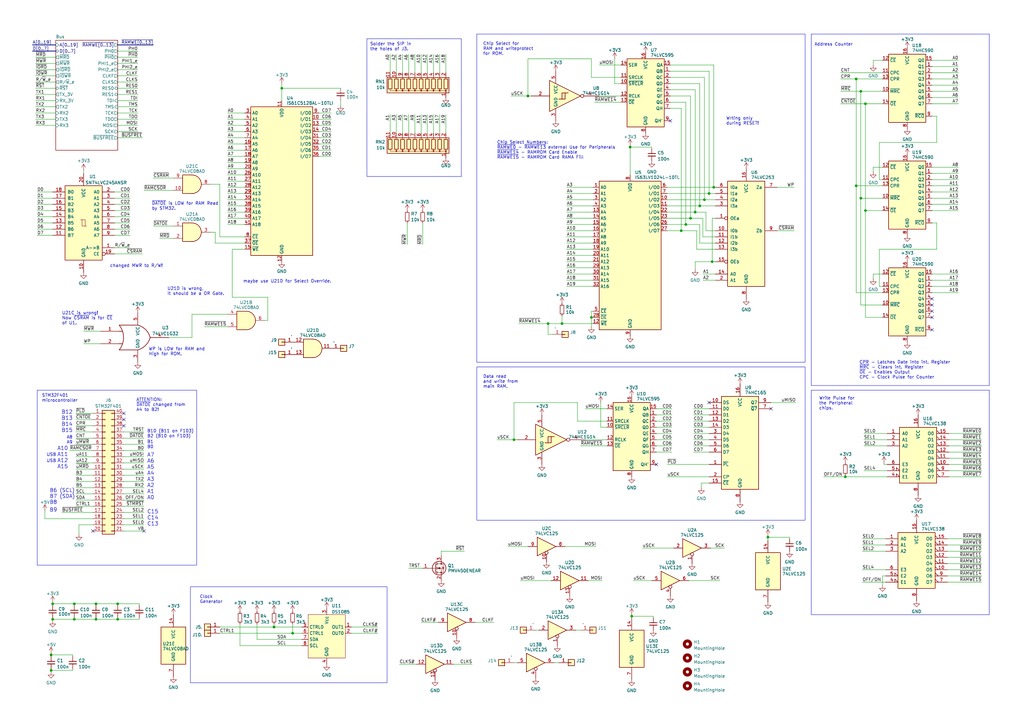
<source format=kicad_sch>
(kicad_sch (version 20230121) (generator eeschema)
  (paper "A3")
  (title_block (title "Unicomp v2 - RAMROM Board") (date "2023-07-06") (rev "v1.4") (company "100% Offner") (comment 1 "      ~{uMWR} from A12 to A9 of STM32 bec. USB, MWR to R/~{W} on U1 Pin1") (comment 2 "      WP doesnt work, changed to OR-Gate U3, U21C wrong,  ") (comment 3 "      ~{CSRAM} directly to U1,  ~{RAMCSOR} new, Clock chip added") (comment 4 "v1.3: Buffer for SCK and MOSI placed at output, internal signals directly to STM32"))
  (junction (at 30.48 247.65))
  (junction (at 353.06 37.465))
  (junction (at 292.735 76.835))
  (junction (at 351.155 32.385))
  (junction (at 39.37 254))
  (junction (at 258.445 60.325))
  (junction (at 314.96 220.345))
  (junction (at 351.155 76.2))
  (junction (at 353.06 81.28))
  (junction (at 290.83 79.375))
  (junction (at 292.1 107.315))
  (junction (at 354.965 42.545))
  (junction (at 288.925 81.915))
  (junction (at 21.59 254))
  (junction (at 224.79 132.715))
  (junction (at 283.21 89.535))
  (junction (at 259.08 252.73))
  (junction (at 281.305 92.075))
  (junction (at 120.015 259.715))
  (junction (at 20.955 268.605))
  (junction (at 285.115 86.995))
  (junction (at 39.37 247.65))
  (junction (at 242.57 130.175))
  (junction (at 48.26 247.65))
  (junction (at 30.48 254))
  (junction (at 279.4 94.615))
  (junction (at 112.395 257.175))
  (junction (at 354.965 86.36))
  (junction (at 287.02 84.455))
  (junction (at 115.57 36.195))
  (junction (at 48.26 254))
  (junction (at 346.71 195.58))
  (junction (at 20.955 274.955))
  (junction (at 21.59 247.65))
  (junction (at 210.82 180.34))
  (junction (at 216.535 39.37))
  (junction (at 230.505 132.715))
  (no_connect (at 50.8 172.085))
  (no_connect (at 50.8 174.625))
  (no_connect (at 382.27 135.255))
  (no_connect (at 382.27 122.555))
  (no_connect (at 290.83 165.1))
  (no_connect (at 382.27 125.095))
  (no_connect (at 316.23 167.64))
  (no_connect (at 382.27 130.175))
  (no_connect (at 382.27 127.635))
  (no_connect (at 269.24 190.5))
  (no_connect (at 50.8 169.545))
  (no_connect (at 38.1 217.805))
  (no_connect (at 274.955 49.53))
  (no_connect (at 59.055 217.805))
  (wire (pts (xy 252.095 24.13) (xy 252.095 34.29)))
  (wire (pts (xy 62.865 73.025) (xy 71.12 73.025)))
  (wire (pts (xy 273.685 76.835) (xy 292.735 76.835)))
  (wire (pts (xy 69.215 138.43) (xy 78.74 138.43)))
  (wire (pts (xy 162.56 46.99) (xy 162.56 54.61)))
  (wire (pts (xy 48.26 247.65) (xy 48.26 248.285)))
  (wire (pts (xy 15.24 83.82) (xy 21.59 83.82)))
  (wire (pts (xy 290.83 185.42) (xy 284.48 185.42)))
  (wire (pts (xy 29.845 268.605) (xy 29.845 269.24)))
  (wire (pts (xy 172.72 22.225) (xy 172.72 29.845)))
  (wire (pts (xy 88.265 95.25) (xy 88.265 99.695)))
  (wire (pts (xy 165.1 46.99) (xy 165.1 54.61)))
  (wire (pts (xy 14.605 31.115) (xy 22.86 31.115)))
  (wire (pts (xy 144.145 257.175) (xy 154.94 257.175)))
  (wire (pts (xy 105.41 262.255) (xy 105.41 255.905)))
  (wire (pts (xy 290.83 172.72) (xy 284.48 172.72)))
  (wire (pts (xy 362.585 189.865) (xy 362.585 190.5)))
  (wire (pts (xy 389.255 185.42) (xy 402.59 185.42)))
  (wire (pts (xy 48.26 43.815) (xy 56.515 43.815)))
  (bus (pts (xy 48.26 18.415) (xy 62.865 18.415)))
  (wire (pts (xy 130.81 48.895) (xy 135.89 48.895)))
  (wire (pts (xy 93.345 81.915) (xy 100.33 81.915)))
  (wire (pts (xy 287.655 198.12) (xy 287.655 200.025)))
  (wire (pts (xy 360.68 58.42) (xy 360.68 73.66)))
  (wire (pts (xy 389.255 195.58) (xy 402.59 195.58)))
  (wire (pts (xy 31.115 205.105) (xy 38.1 205.105)))
  (wire (pts (xy 232.41 81.915) (xy 243.205 81.915)))
  (wire (pts (xy 93.345 51.435) (xy 100.33 51.435)))
  (wire (pts (xy 258.445 60.325) (xy 258.445 71.755)))
  (wire (pts (xy 273.685 86.995) (xy 285.115 86.995)))
  (wire (pts (xy 15.24 88.9) (xy 21.59 88.9)))
  (wire (pts (xy 21.59 254) (xy 21.59 253.365)))
  (wire (pts (xy 224.79 132.715) (xy 230.505 132.715)))
  (wire (pts (xy 293.37 97.155) (xy 288.29 97.155)))
  (wire (pts (xy 353.695 238.76) (xy 363.22 238.76)))
  (wire (pts (xy 318.77 94.615) (xy 325.755 94.615)))
  (wire (pts (xy 287.02 92.075) (xy 287.02 99.695)))
  (wire (pts (xy 31.115 207.645) (xy 38.1 207.645)))
  (wire (pts (xy 139.7 41.275) (xy 139.7 43.18)))
  (wire (pts (xy 293.37 94.615) (xy 289.56 94.615)))
  (wire (pts (xy 384.175 47.625) (xy 384.175 58.42)))
  (wire (pts (xy 115.57 36.195) (xy 139.7 36.195)))
  (wire (pts (xy 65.405 97.79) (xy 71.12 97.79)))
  (wire (pts (xy 382.27 34.925) (xy 393.065 34.925)))
  (wire (pts (xy 232.41 76.835) (xy 243.205 76.835)))
  (wire (pts (xy 353.06 81.28) (xy 361.95 81.28)))
  (wire (pts (xy 93.345 71.755) (xy 100.33 71.755)))
  (wire (pts (xy 293.37 89.535) (xy 292.1 89.535)))
  (wire (pts (xy 46.99 86.36) (xy 53.34 86.36)))
  (wire (pts (xy 358.14 112.395) (xy 361.95 112.395)))
  (wire (pts (xy 292.735 26.67) (xy 292.735 76.835)))
  (wire (pts (xy 95.25 102.235) (xy 95.25 121.92)))
  (wire (pts (xy 240.03 167.64) (xy 248.92 167.64)))
  (wire (pts (xy 179.705 255.27) (xy 172.72 255.27)))
  (wire (pts (xy 344.805 42.545) (xy 354.965 42.545)))
  (wire (pts (xy 123.825 264.795) (xy 98.425 264.795)))
  (wire (pts (xy 46.99 104.14) (xy 58.42 104.14)))
  (wire (pts (xy 50.8 210.185) (xy 59.055 210.185)))
  (wire (pts (xy 389.255 187.96) (xy 402.59 187.96)))
  (wire (pts (xy 123.825 262.255) (xy 105.41 262.255)))
  (wire (pts (xy 48.26 36.195) (xy 56.515 36.195)))
  (wire (pts (xy 20.955 275.59) (xy 20.955 274.955)))
  (wire (pts (xy 388.62 231.14) (xy 402.59 231.14)))
  (wire (pts (xy 212.09 180.34) (xy 210.82 180.34)))
  (wire (pts (xy 20.955 274.955) (xy 29.845 274.955)))
  (wire (pts (xy 32.385 215.265) (xy 32.385 219.075)))
  (wire (pts (xy 288.925 81.915) (xy 293.37 81.915)))
  (wire (pts (xy 290.83 175.26) (xy 284.48 175.26)))
  (wire (pts (xy 274.955 39.37) (xy 283.21 39.37)))
  (wire (pts (xy 93.345 86.995) (xy 100.33 86.995)))
  (wire (pts (xy 46.99 96.52) (xy 53.34 96.52)))
  (wire (pts (xy 273.685 79.375) (xy 290.83 79.375)))
  (wire (pts (xy 31.115 200.025) (xy 38.1 200.025)))
  (wire (pts (xy 360.68 117.475) (xy 361.95 117.475)))
  (wire (pts (xy 21.59 247.65) (xy 30.48 247.65)))
  (wire (pts (xy 216.535 24.13) (xy 216.535 39.37)))
  (wire (pts (xy 46.99 83.82) (xy 53.34 83.82)))
  (wire (pts (xy 90.17 259.715) (xy 120.015 259.715)))
  (wire (pts (xy 48.26 20.955) (xy 56.515 20.955)))
  (wire (pts (xy 78.74 128.905) (xy 93.345 128.905)))
  (wire (pts (xy 382.27 73.66) (xy 393.065 73.66)))
  (wire (pts (xy 243.84 41.91) (xy 254.635 41.91)))
  (wire (pts (xy 293.37 102.235) (xy 285.75 102.235)))
  (wire (pts (xy 144.145 259.715) (xy 154.94 259.715)))
  (wire (pts (xy 48.26 28.575) (xy 56.515 28.575)))
  (wire (pts (xy 227.33 271.78) (xy 229.235 271.78)))
  (wire (pts (xy 292.735 76.835) (xy 293.37 76.835)))
  (wire (pts (xy 273.685 81.915) (xy 288.925 81.915)))
  (wire (pts (xy 281.305 92.075) (xy 287.02 92.075)))
  (wire (pts (xy 93.345 69.215) (xy 100.33 69.215)))
  (wire (pts (xy 290.83 180.34) (xy 284.48 180.34)))
  (wire (pts (xy 290.83 79.375) (xy 293.37 79.375)))
  (wire (pts (xy 175.26 46.99) (xy 175.26 54.61)))
  (wire (pts (xy 358.14 24.765) (xy 361.95 24.765)))
  (wire (pts (xy 351.155 32.385) (xy 361.95 32.385)))
  (wire (pts (xy 115.57 41.275) (xy 115.57 36.195)))
  (wire (pts (xy 360.68 73.66) (xy 361.95 73.66)))
  (wire (pts (xy 14.605 46.355) (xy 22.86 46.355)))
  (wire (pts (xy 232.41 79.375) (xy 243.205 79.375)))
  (wire (pts (xy 21.59 254) (xy 30.48 254)))
  (wire (pts (xy 353.695 226.06) (xy 363.22 226.06)))
  (wire (pts (xy 269.24 175.26) (xy 275.59 175.26)))
  (wire (pts (xy 112.395 255.905) (xy 112.395 257.175)))
  (wire (pts (xy 50.8 192.405) (xy 59.055 192.405)))
  (wire (pts (xy 242.57 24.13) (xy 216.535 24.13)))
  (wire (pts (xy 382.27 29.845) (xy 393.065 29.845)))
  (wire (pts (xy 31.115 187.325) (xy 38.1 187.325)))
  (wire (pts (xy 388.62 220.98) (xy 402.59 220.98)))
  (wire (pts (xy 50.8 197.485) (xy 59.055 197.485)))
  (wire (pts (xy 48.26 51.435) (xy 56.515 51.435)))
  (wire (pts (xy 109.855 121.92) (xy 109.855 131.445)))
  (wire (pts (xy 358.14 68.58) (xy 361.95 68.58)))
  (wire (pts (xy 269.24 177.8) (xy 275.59 177.8)))
  (wire (pts (xy 50.8 184.785) (xy 59.055 184.785)))
  (wire (pts (xy 232.41 86.995) (xy 243.205 86.995)))
  (wire (pts (xy 31.115 179.705) (xy 38.1 179.705)))
  (wire (pts (xy 203.835 180.34) (xy 210.82 180.34)))
  (wire (pts (xy 344.805 29.845) (xy 361.95 29.845)))
  (wire (pts (xy 353.06 37.465) (xy 361.95 37.465)))
  (wire (pts (xy 39.37 247.65) (xy 39.37 248.285)))
  (wire (pts (xy 273.685 92.075) (xy 281.305 92.075)))
  (wire (pts (xy 130.81 46.355) (xy 135.89 46.355)))
  (wire (pts (xy 361.95 236.22) (xy 361.95 240.03)))
  (wire (pts (xy 46.99 81.28) (xy 53.34 81.28)))
  (wire (pts (xy 182.88 46.99) (xy 182.88 54.61)))
  (wire (pts (xy 382.27 117.475) (xy 393.065 117.475)))
  (wire (pts (xy 240.03 180.34) (xy 248.92 180.34)))
  (wire (pts (xy 162.56 22.225) (xy 162.56 29.845)))
  (wire (pts (xy 14.605 41.275) (xy 22.86 41.275)))
  (wire (pts (xy 160.02 46.99) (xy 160.02 54.61)))
  (wire (pts (xy 21.59 247.015) (xy 21.59 247.65)))
  (wire (pts (xy 344.805 37.465) (xy 353.06 37.465)))
  (wire (pts (xy 130.81 64.135) (xy 135.89 64.135)))
  (wire (pts (xy 15.24 96.52) (xy 21.59 96.52)))
  (wire (pts (xy 279.4 94.615) (xy 285.75 94.615)))
  (wire (pts (xy 180.975 227.965) (xy 180.975 226.06)))
  (wire (pts (xy 180.975 226.06) (xy 190.5 226.06)))
  (wire (pts (xy 353.06 81.28) (xy 353.06 125.095)))
  (wire (pts (xy 232.41 92.075) (xy 243.205 92.075)))
  (wire (pts (xy 172.72 46.99) (xy 172.72 54.61)))
  (wire (pts (xy 50.8 179.705) (xy 59.055 179.705)))
  (wire (pts (xy 50.8 187.325) (xy 59.055 187.325)))
  (wire (pts (xy 120.015 255.905) (xy 120.015 259.715)))
  (wire (pts (xy 167.64 22.225) (xy 167.64 29.845)))
  (wire (pts (xy 232.41 104.775) (xy 243.205 104.775)))
  (wire (pts (xy 351.155 120.015) (xy 361.95 120.015)))
  (wire (pts (xy 14.605 51.435) (xy 22.86 51.435)))
  (wire (pts (xy 388.62 228.6) (xy 402.59 228.6)))
  (wire (pts (xy 351.155 76.2) (xy 351.155 120.015)))
  (wire (pts (xy 353.695 220.98) (xy 363.22 220.98)))
  (wire (pts (xy 232.41 99.695) (xy 243.205 99.695)))
  (wire (pts (xy 57.15 248.285) (xy 57.15 247.65)))
  (wire (pts (xy 130.81 61.595) (xy 135.89 61.595)))
  (wire (pts (xy 20.955 267.97) (xy 20.955 268.605)))
  (wire (pts (xy 120.015 259.715) (xy 123.825 259.715)))
  (wire (pts (xy 210.82 165.1) (xy 210.82 180.34)))
  (wire (pts (xy 180.34 46.99) (xy 180.34 54.61)))
  (wire (pts (xy 353.695 223.52) (xy 363.22 223.52)))
  (wire (pts (xy 50.8 217.805) (xy 59.055 217.805)))
  (wire (pts (xy 130.81 53.975) (xy 135.89 53.975)))
  (wire (pts (xy 281.305 41.91) (xy 281.305 92.075)))
  (wire (pts (xy 39.37 253.365) (xy 39.37 254)))
  (wire (pts (xy 130.81 56.515) (xy 135.89 56.515)))
  (wire (pts (xy 382.27 114.935) (xy 393.065 114.935)))
  (wire (pts (xy 288.29 97.155) (xy 288.29 89.535)))
  (wire (pts (xy 258.445 59.69) (xy 258.445 60.325)))
  (wire (pts (xy 194.945 255.27) (xy 202.565 255.27)))
  (wire (pts (xy 93.345 66.675) (xy 100.33 66.675)))
  (wire (pts (xy 232.41 117.475) (xy 243.205 117.475)))
  (wire (pts (xy 292.1 89.535) (xy 292.1 107.315)))
  (wire (pts (xy 273.685 195.58) (xy 290.83 195.58)))
  (wire (pts (xy 93.345 46.355) (xy 100.33 46.355)))
  (wire (pts (xy 382.27 81.28) (xy 393.065 81.28)))
  (wire (pts (xy 232.41 114.935) (xy 243.205 114.935)))
  (wire (pts (xy 354.965 42.545) (xy 354.965 86.36)))
  (wire (pts (xy 31.115 189.865) (xy 38.1 189.865)))
  (wire (pts (xy 232.41 102.235) (xy 243.205 102.235)))
  (wire (pts (xy 14.605 33.655) (xy 22.86 33.655)))
  (wire (pts (xy 130.81 51.435) (xy 135.89 51.435)))
  (wire (pts (xy 31.115 174.625) (xy 38.1 174.625)))
  (wire (pts (xy 276.225 224.79) (xy 263.525 224.79)))
  (wire (pts (xy 83.82 133.985) (xy 93.345 133.985)))
  (wire (pts (xy 48.26 26.035) (xy 56.515 26.035)))
  (wire (pts (xy 177.8 22.225) (xy 177.8 29.845)))
  (wire (pts (xy 163.83 272.415) (xy 170.815 272.415)))
  (wire (pts (xy 285.75 102.235) (xy 285.75 94.615)))
  (wire (pts (xy 100.33 97.155) (xy 90.17 97.155)))
  (wire (pts (xy 50.8 207.645) (xy 59.055 207.645)))
  (wire (pts (xy 30.48 253.365) (xy 30.48 254)))
  (wire (pts (xy 282.575 238.125) (xy 295.275 238.125)))
  (wire (pts (xy 217.805 39.37) (xy 216.535 39.37)))
  (wire (pts (xy 354.33 182.88) (xy 363.855 182.88)))
  (bus (pts (xy 22.86 18.415) (xy 13.335 18.415)))
  (wire (pts (xy 31.115 192.405) (xy 38.1 192.405)))
  (wire (pts (xy 180.34 22.225) (xy 180.34 29.845)))
  (wire (pts (xy 93.345 79.375) (xy 100.33 79.375)))
  (wire (pts (xy 50.8 182.245) (xy 59.055 182.245)))
  (wire (pts (xy 31.115 182.245) (xy 38.1 182.245)))
  (wire (pts (xy 242.57 130.175) (xy 242.57 133.985)))
  (wire (pts (xy 382.27 24.765) (xy 393.065 24.765)))
  (wire (pts (xy 31.115 194.945) (xy 38.1 194.945)))
  (wire (pts (xy 15.24 93.98) (xy 21.59 93.98)))
  (wire (pts (xy 290.83 29.21) (xy 290.83 79.375)))
  (wire (pts (xy 30.48 247.65) (xy 30.48 248.285)))
  (wire (pts (xy 382.27 76.2) (xy 393.065 76.2)))
  (wire (pts (xy 31.115 197.485) (xy 38.1 197.485)))
  (wire (pts (xy 285.115 86.995) (xy 289.56 86.995)))
  (wire (pts (xy 18.415 209.55) (xy 18.415 212.725)))
  (wire (pts (xy 170.18 46.99) (xy 170.18 54.61)))
  (wire (pts (xy 344.805 32.385) (xy 351.155 32.385)))
  (wire (pts (xy 274.955 44.45) (xy 279.4 44.45)))
  (wire (pts (xy 93.345 74.295) (xy 100.33 74.295)))
  (wire (pts (xy 50.8 202.565) (xy 59.055 202.565)))
  (wire (pts (xy 382.27 83.82) (xy 393.065 83.82)))
  (wire (pts (xy 279.4 44.45) (xy 279.4 94.615)))
  (wire (pts (xy 25.4 210.185) (xy 38.1 210.185)))
  (wire (pts (xy 232.41 97.155) (xy 243.205 97.155)))
  (wire (pts (xy 21.59 254.635) (xy 21.59 254)))
  (wire (pts (xy 15.24 81.28) (xy 21.59 81.28)))
  (wire (pts (xy 48.26 48.895) (xy 56.515 48.895)))
  (wire (pts (xy 93.345 56.515) (xy 100.33 56.515)))
  (wire (pts (xy 34.29 135.89) (xy 41.275 135.89)))
  (wire (pts (xy 31.115 169.545) (xy 38.1 169.545)))
  (wire (pts (xy 236.855 165.1) (xy 236.855 172.72)))
  (wire (pts (xy 384.175 91.44) (xy 384.175 102.235)))
  (wire (pts (xy 210.82 271.78) (xy 212.09 271.78)))
  (wire (pts (xy 15.24 78.74) (xy 21.59 78.74)))
  (wire (pts (xy 48.26 33.655) (xy 56.515 33.655)))
  (wire (pts (xy 388.62 223.52) (xy 402.59 223.52)))
  (wire (pts (xy 31.115 177.165) (xy 38.1 177.165)))
  (wire (pts (xy 274.955 41.91) (xy 281.305 41.91)))
  (wire (pts (xy 246.38 175.26) (xy 248.92 175.26)))
  (wire (pts (xy 53.34 101.6) (xy 46.99 101.6)))
  (wire (pts (xy 90.17 97.155) (xy 90.17 75.565)))
  (wire (pts (xy 46.99 88.9) (xy 53.34 88.9)))
  (wire (pts (xy 274.955 34.29) (xy 287.02 34.29)))
  (wire (pts (xy 292.1 107.315) (xy 293.37 107.315)))
  (wire (pts (xy 353.06 125.095) (xy 361.95 125.095)))
  (wire (pts (xy 93.345 61.595) (xy 100.33 61.595)))
  (wire (pts (xy 213.36 238.125) (xy 226.06 238.125)))
  (wire (pts (xy 287.02 99.695) (xy 293.37 99.695)))
  (wire (pts (xy 314.96 220.345) (xy 323.85 220.345)))
  (wire (pts (xy 363.855 190.5) (xy 362.585 190.5)))
  (wire (pts (xy 384.175 102.235) (xy 360.68 102.235)))
  (wire (pts (xy 95.25 102.235) (xy 100.33 102.235)))
  (wire (pts (xy 50.8 215.265) (xy 59.055 215.265)))
  (wire (pts (xy 48.26 254) (xy 57.15 254)))
  (wire (pts (xy 354.965 42.545) (xy 361.95 42.545)))
  (wire (pts (xy 267.97 252.73) (xy 267.97 253.365)))
  (wire (pts (xy 389.255 190.5) (xy 402.59 190.5)))
  (wire (pts (xy 285.115 107.315) (xy 292.1 107.315)))
  (wire (pts (xy 14.605 36.195) (xy 22.86 36.195)))
  (wire (pts (xy 93.345 64.135) (xy 100.33 64.135)))
  (wire (pts (xy 212.725 132.715) (xy 224.79 132.715)))
  (wire (pts (xy 112.395 257.175) (xy 123.825 257.175)))
  (wire (pts (xy 226.695 137.16) (xy 224.79 137.16)))
  (wire (pts (xy 236.855 172.72) (xy 248.92 172.72)))
  (wire (pts (xy 98.425 264.795) (xy 98.425 255.905)))
  (wire (pts (xy 167.64 233.045) (xy 173.355 233.045)))
  (wire (pts (xy 388.62 236.22) (xy 402.59 236.22)))
  (wire (pts (xy 354.965 86.36) (xy 361.95 86.36)))
  (wire (pts (xy 93.345 89.535) (xy 100.33 89.535)))
  (wire (pts (xy 48.26 41.275) (xy 56.515 41.275)))
  (wire (pts (xy 242.57 31.75) (xy 254.635 31.75)))
  (wire (pts (xy 382.27 112.395) (xy 393.065 112.395)))
  (wire (pts (xy 285.115 107.315) (xy 285.115 110.49)))
  (wire (pts (xy 232.41 107.315) (xy 243.205 107.315)))
  (wire (pts (xy 353.06 37.465) (xy 353.06 81.28)))
  (wire (pts (xy 167.005 91.44) (xy 167.005 100.33)))
  (wire (pts (xy 242.57 24.13) (xy 242.57 31.75)))
  (wire (pts (xy 346.71 194.945) (xy 346.71 195.58)))
  (wire (pts (xy 288.29 112.395) (xy 293.37 112.395)))
  (wire (pts (xy 354.965 86.36) (xy 354.965 130.175)))
  (wire (pts (xy 34.29 69.85) (xy 34.29 71.12)))
  (wire (pts (xy 283.21 39.37) (xy 283.21 89.535)))
  (wire (pts (xy 232.41 109.855) (xy 243.205 109.855)))
  (wire (pts (xy 30.48 247.65) (xy 39.37 247.65)))
  (wire (pts (xy 29.845 274.32) (xy 29.845 274.955)))
  (wire (pts (xy 177.8 46.99) (xy 177.8 54.61)))
  (wire (pts (xy 59.055 78.105) (xy 71.12 78.105)))
  (wire (pts (xy 48.26 53.975) (xy 56.515 53.975)))
  (wire (pts (xy 269.24 185.42) (xy 275.59 185.42)))
  (wire (pts (xy 269.24 170.18) (xy 275.59 170.18)))
  (wire (pts (xy 273.685 190.5) (xy 290.83 190.5)))
  (wire (pts (xy 50.8 205.105) (xy 59.055 205.105)))
  (wire (pts (xy 48.26 56.515) (xy 58.42 56.515)))
  (wire (pts (xy 354.33 177.8) (xy 363.855 177.8)))
  (wire (pts (xy 165.1 22.225) (xy 165.1 29.845)))
  (wire (pts (xy 389.255 182.88) (xy 402.59 182.88)))
  (wire (pts (xy 14.605 28.575) (xy 22.86 28.575)))
  (wire (pts (xy 50.8 189.865) (xy 59.055 189.865)))
  (wire (pts (xy 50.8 194.945) (xy 59.055 194.945)))
  (wire (pts (xy 238.125 182.88) (xy 248.92 182.88)))
  (wire (pts (xy 318.77 76.835) (xy 325.755 76.835)))
  (wire (pts (xy 351.155 32.385) (xy 351.155 76.2)))
  (wire (pts (xy 259.08 252.73) (xy 259.08 253.365)))
  (wire (pts (xy 93.345 59.055) (xy 100.33 59.055)))
  (wire (pts (xy 316.23 165.1) (xy 326.39 165.1)))
  (wire (pts (xy 346.71 195.58) (xy 363.855 195.58)))
  (wire (pts (xy 287.02 34.29) (xy 287.02 84.455)))
  (wire (pts (xy 273.685 84.455) (xy 287.02 84.455)))
  (wire (pts (xy 290.83 182.88) (xy 284.48 182.88)))
  (wire (pts (xy 382.27 47.625) (xy 384.175 47.625)))
  (wire (pts (xy 93.345 76.835) (xy 100.33 76.835)))
  (wire (pts (xy 48.26 38.735) (xy 56.515 38.735)))
  (wire (pts (xy 14.605 43.815) (xy 22.86 43.815)))
  (wire (pts (xy 259.08 252.095) (xy 259.08 252.73)))
  (wire (pts (xy 245.745 26.67) (xy 254.635 26.67)))
  (wire (pts (xy 382.27 40.005) (xy 393.065 40.005)))
  (wire (pts (xy 289.56 94.615) (xy 289.56 86.995)))
  (wire (pts (xy 267.335 60.325) (xy 267.335 60.96)))
  (wire (pts (xy 14.605 38.735) (xy 22.86 38.735)))
  (wire (pts (xy 216.535 224.155) (xy 208.28 224.155)))
  (wire (pts (xy 95.25 121.92) (xy 109.855 121.92)))
  (wire (pts (xy 361.95 236.22) (xy 363.22 236.22)))
  (wire (pts (xy 90.17 257.175) (xy 112.395 257.175)))
  (wire (pts (xy 20.955 268.605) (xy 20.955 269.24)))
  (wire (pts (xy 358.14 68.58) (xy 358.14 70.485)))
  (wire (pts (xy 46.99 78.74) (xy 53.34 78.74)))
  (wire (pts (xy 14.605 23.495) (xy 22.86 23.495)))
  (wire (pts (xy 382.27 68.58) (xy 393.065 68.58)))
  (wire (pts (xy 291.465 224.79) (xy 297.18 224.79)))
  (wire (pts (xy 14.605 26.035) (xy 22.86 26.035)))
  (wire (pts (xy 351.155 76.2) (xy 361.95 76.2)))
  (wire (pts (xy 244.475 224.155) (xy 231.775 224.155)))
  (wire (pts (xy 109.855 131.445) (xy 108.585 131.445)))
  (wire (pts (xy 389.255 180.34) (xy 402.59 180.34)))
  (wire (pts (xy 232.41 89.535) (xy 243.205 89.535)))
  (wire (pts (xy 115.57 34.29) (xy 115.57 36.195)))
  (wire (pts (xy 269.24 172.72) (xy 275.59 172.72)))
  (wire (pts (xy 39.37 247.65) (xy 48.26 247.65)))
  (wire (pts (xy 41.275 140.97) (xy 34.29 140.97)))
  (wire (pts (xy 242.57 130.175) (xy 243.205 130.175)))
  (wire (pts (xy 354.33 193.04) (xy 363.855 193.04)))
  (wire (pts (xy 241.3 238.125) (xy 247.015 238.125)))
  (wire (pts (xy 93.345 92.075) (xy 100.33 92.075)))
  (wire (pts (xy 232.41 112.395) (xy 243.205 112.395)))
  (wire (pts (xy 269.24 182.88) (xy 275.59 182.88)))
  (wire (pts (xy 290.83 170.18) (xy 284.48 170.18)))
  (wire (pts (xy 259.715 238.125) (xy 267.335 238.125)))
  (wire (pts (xy 358.14 24.765) (xy 358.14 26.67)))
  (wire (pts (xy 15.24 86.36) (xy 21.59 86.36)))
  (wire (pts (xy 57.15 254) (xy 57.15 253.365)))
  (wire (pts (xy 93.345 53.975) (xy 100.33 53.975)))
  (wire (pts (xy 31.115 202.565) (xy 38.1 202.565)))
  (wire (pts (xy 290.83 177.8) (xy 284.48 177.8)))
  (wire (pts (xy 50.8 212.725) (xy 59.055 212.725)))
  (wire (pts (xy 236.855 165.1) (xy 210.82 165.1)))
  (wire (pts (xy 246.38 165.1) (xy 246.38 175.26)))
  (wire (pts (xy 232.41 94.615) (xy 243.205 94.615)))
  (wire (pts (xy 175.26 22.225) (xy 175.26 29.845)))
  (wire (pts (xy 242.57 127.635) (xy 242.57 130.175)))
  (wire (pts (xy 314.96 219.71) (xy 314.96 220.345)))
  (wire (pts (xy 358.14 112.395) (xy 358.14 114.3)))
  (wire (pts (xy 382.27 86.36) (xy 393.065 86.36)))
  (wire (pts (xy 86.36 95.25) (xy 88.265 95.25)))
  (wire (pts (xy 62.865 92.71) (xy 71.12 92.71)))
  (wire (pts (xy 384.175 58.42) (xy 360.68 58.42)))
  (wire (pts (xy 48.26 253.365) (xy 48.26 254)))
  (wire (pts (xy 382.27 42.545) (xy 393.065 42.545)))
  (wire (pts (xy 39.37 254) (xy 48.26 254)))
  (wire (pts (xy 46.99 93.98) (xy 53.34 93.98)))
  (wire (pts (xy 232.41 84.455) (xy 243.205 84.455)))
  (wire (pts (xy 31.115 172.085) (xy 38.1 172.085)))
  (wire (pts (xy 273.685 94.615) (xy 279.4 94.615)))
  (wire (pts (xy 288.29 114.935) (xy 293.37 114.935)))
  (wire (pts (xy 50.8 200.025) (xy 59.055 200.025)))
  (wire (pts (xy 30.48 254) (xy 39.37 254)))
  (wire (pts (xy 93.345 48.895) (xy 100.33 48.895)))
  (wire (pts (xy 360.68 102.235) (xy 360.68 117.475)))
  (wire (pts (xy 259.08 252.73) (xy 267.97 252.73)))
  (wire (pts (xy 252.095 34.29) (xy 254.635 34.29)))
  (wire (pts (xy 50.8 177.165) (xy 59.055 177.165)))
  (wire (pts (xy 173.355 91.44) (xy 173.355 100.33)))
  (wire (pts (xy 389.255 177.8) (xy 402.59 177.8)))
  (wire (pts (xy 230.505 129.54) (xy 230.505 132.715)))
  (wire (pts (xy 46.99 91.44) (xy 53.34 91.44)))
  (wire (pts (xy 170.18 22.225) (xy 170.18 29.845)))
  (wire (pts (xy 182.88 22.225) (xy 182.88 29.845)))
  (wire (pts (xy 48.26 23.495) (xy 56.515 23.495)))
  (wire (pts (xy 32.385 215.265) (xy 38.1 215.265)))
  (wire (pts (xy 354.33 180.34) (xy 363.855 180.34)))
  (wire (pts (xy 269.24 167.64) (xy 275.59 167.64)))
  (wire (pts (xy 160.02 22.225) (xy 160.02 29.845)))
  (bus (pts (xy 22.86 20.955) (xy 13.335 20.955)))
  (wire (pts (xy 224.79 137.16) (xy 224.79 132.715)))
  (wire (pts (xy 230.505 132.715) (xy 243.205 132.715)))
  (wire (pts (xy 314.96 220.345) (xy 314.96 221.615)))
  (wire (pts (xy 287.02 84.455) (xy 293.37 84.455)))
  (wire (pts (xy 389.255 193.04) (xy 402.59 193.04)))
  (wire (pts (xy 90.17 75.565) (xy 86.36 75.565)))
  (wire (pts (xy 274.955 31.75) (xy 288.925 31.75)))
  (wire (pts (xy 323.85 220.345) (xy 323.85 220.98)))
  (wire (pts (xy 15.24 91.44) (xy 21.59 91.44)))
  (wire (pts (xy 382.27 32.385) (xy 393.065 32.385)))
  (wire (pts (xy 238.125 258.445) (xy 236.22 258.445)))
  (wire (pts (xy 78.74 138.43) (xy 78.74 128.905)))
  (wire (pts (xy 382.27 71.12) (xy 393.065 71.12)))
  (wire (pts (xy 167.64 46.99) (xy 167.64 54.61)))
  (wire (pts (xy 382.27 120.015) (xy 393.065 120.015)))
  (wire (pts (xy 258.445 60.325) (xy 267.335 60.325)))
  (wire (pts (xy 48.26 46.355) (xy 56.515 46.355)))
  (wire (pts (xy 285.115 36.83) (xy 285.115 86.995)))
  (wire (pts (xy 48.26 31.115) (xy 56.515 31.115)))
  (wire (pts (xy 382.27 27.305) (xy 393.065 27.305)))
  (wire (pts (xy 269.24 180.34) (xy 275.59 180.34)))
  (wire (pts (xy 382.27 91.44) (xy 384.175 91.44)))
  (wire (pts (xy 20.955 274.955) (xy 20.955 274.32)))
  (wire (pts (xy 28.575 184.785) (xy 38.1 184.785)))
  (wire (pts (xy 288.925 31.75) (xy 288.925 81.915)))
  (wire (pts (xy 382.27 37.465) (xy 393.065 37.465)))
  (wire (pts (xy 283.21 89.535) (xy 288.29 89.535)))
  (wire (pts (xy 273.685 89.535) (xy 283.21 89.535)))
  (wire (pts (xy 388.62 238.76) (xy 402.59 238.76)))
  (wire (pts (xy 20.955 268.605) (xy 29.845 268.605)))
  (wire (pts (xy 290.83 198.12) (xy 287.655 198.12)))
  (wire (pts (xy 388.62 226.06) (xy 402.59 226.06)))
  (wire (pts (xy 382.27 78.74) (xy 393.065 78.74)))
  (wire (pts (xy 93.345 84.455) (xy 100.33 84.455)))
  (wire (pts (xy 274.955 36.83) (xy 285.115 36.83)))
  (wire (pts (xy 57.15 247.65) (xy 48.26 247.65)))
  (wire (pts (xy 274.955 29.21) (xy 290.83 29.21)))
  (wire (pts (xy 18.415 212.725) (xy 38.1 212.725)))
  (wire (pts (xy 186.055 272.415) (xy 193.675 272.415)))
  (wire (pts (xy 209.55 39.37) (xy 216.535 39.37)))
  (wire (pts (xy 14.605 48.895) (xy 22.86 48.895)))
  (wire (pts (xy 290.83 167.64) (xy 284.48 167.64)))
  (wire (pts (xy 88.265 99.695) (xy 100.33 99.695)))
  (wire (pts (xy 220.98 258.445) (xy 219.71 258.445)))
  (wire (pts (xy 274.955 26.67) (xy 292.735 26.67)))
  (wire (pts (xy 337.82 195.58) (xy 346.71 195.58)))
  (wire (pts (xy 388.62 233.68) (xy 402.59 233.68)))
  (wire (pts (xy 245.745 39.37) (xy 254.635 39.37)))
  (wire (pts (xy 353.695 233.68) (xy 363.22 233.68)))
  (wire (pts (xy 354.965 130.175) (xy 361.95 130.175)))
  (wire (pts (xy 130.81 59.055) (xy 135.89 59.055)))
  (wire (pts (xy 242.57 127.635) (xy 243.205 127.635)))
  (wire (pts (xy 21.59 247.65) (xy 21.59 248.285)))
  (rectangle (start 15.24 160.02) (end 80.645 231.775))
  (rectangle (start 195.58 150.495) (end 330.2 213.36))
  (rectangle (start 332.74 160.02) (end 405.765 252.095))
  (rectangle (start 78.105 240.665) (end 158.75 280.035))
  (rectangle (start 332.74 13.97) (end 405.765 158.115))
  (rectangle (start 195.58 13.97) (end 330.2 148.59))
  (rectangle (start 150.495 15.875) (end 189.23 72.39))
  (text "USB" (at 19.05 189.865 0) (effects (font (size 1.27 1.27)) (justify left bottom)))
  (text "B1\nB0" (at 60.325 184.15 0) (effects (font (size 1.27 1.27)) (justify left bottom)))
  (text "B6 (SCL)\nB7 (SDA)\nB8" (at 20.32 207.01 0) (effects (font (size 1.5 1.5)) (justify left bottom)))
  (text "Chip Select for\nRAM and writeprotect\nfor ROM." (at 198.12 22.86 0) (effects (font (size 1.27 1.27)) (justify left bottom)))
  (text "U21C is wrong!\nNow ~{CSRAM} is for ~{CE}\nof U1." (at 25.4 133.35 0) (effects (font (size 1.27 1.27)) (justify left bottom)))
  (text "Data read\nand write from \nmain RAM." (at 198.12 159.385 0) (effects (font (size 1.27 1.27)) (justify left bottom)))
  (text "A10\nA11\nA12\nA15" (at 27.94 192.405 0) (effects (font (size 1.55 1.55)) (justify right bottom)))
  (text "ATTENTION:\n~{DATOE} changed from\nA4 to B2!" (at 55.88 168.91 0) (effects (font (size 1.27 1.27)) (justify left bottom)))
  (text "U21D is wrong,\nit should be a OR Gate." (at 68.58 121.285 0) (effects (font (size 1.27 1.27)) (justify left bottom)))
  (text "CPR - Latches Date into int. Register\n~{MRC} - Clears int. Register\n~{OE} - Enables Output\nCPC - Clock Pulse for Counter" (at 352.425 155.575 0) (effects (font (size 1.27 1.27)) (justify left bottom)))
  (text "Wrting only\nduring RESET!" (at 297.815 51.435 0) (effects (font (size 1.27 1.27)) (justify left bottom)))
  (text "WP is LOW for RAM and\nHigh for ROM." (at 60.96 146.05 0) (effects (font (size 1.27 1.27)) (justify left bottom)))
  (text "Write Pulse for\nthe Peripheral \nchips." (at 335.915 168.275 0) (effects (font (size 1.27 1.27)) (justify left bottom)))
  (text "B9\n" (at 23.495 210.185 0) (effects (font (size 1.55 1.55)) (justify right bottom)))
  (text "A8\nA9" (at 27.305 182.245 0) (effects (font (size 1.27 1.27)) (justify left bottom)))
  (text "B10 (B11 on F103)\nB2 (B10 on F103)" (at 60.325 179.705 0) (effects (font (size 1.27 1.27)) (justify left bottom)))
  (text "~{DATOE} is LOW for RAM Read \nby STM32.\n" (at 62.23 86.36 0) (effects (font (size 1.27 1.27)) (justify left bottom)))
  (text "A7\nA6\nA5\nA4\nA3\nA2\nA1\nA0" (at 60.325 205.105 0) (effects (font (size 1.55 1.55)) (justify left bottom)))
  (text "Clock\nGenerator" (at 81.915 247.65 0) (effects (font (size 1.27 1.27)) (justify left bottom)))
  (text "maybe use U21D for Select Override." (at 99.695 116.205 0) (effects (font (size 1.27 1.27)) (justify left bottom)))
  (text "USB" (at 19.05 187.325 0) (effects (font (size 1.27 1.27)) (justify left bottom)))
  (text "Solder the SIP in\nthe holes of J3." (at 151.765 20.955 0) (effects (font (size 1.27 1.27)) (justify left bottom)))
  (text "B12\nB13\nB14\nB15" (at 25.146 177.546 0) (effects (font (size 1.55 1.55)) (justify left bottom)))
  (text "C15\nC14\nC13" (at 60.325 215.9 0) (effects (font (size 1.55 1.55)) (justify left bottom)))
  (text "STM32F401\nmicrocontroller" (at 17.145 165.1 0) (effects (font (size 1.27 1.27)) (justify left bottom)))
  (text "changed MWR to R/W!" (at 45.085 109.855 0) (effects (font (size 1.27 1.27)) (justify left bottom)))
  (text "Address Counter" (at 334.01 19.05 0) (effects (font (size 1.27 1.27)) (justify left bottom)))
  (text "Chip Select Numbers:\n~{RAMWE0} - ~{RAMWE13} external Use for Peripherals\n~{RAMWE14} - RAMROM Card Enable\n~{RAMWE15} - RAMROM Card RAMA Fill" (at 203.835 65.405 0) (effects (font (size 1.27 1.27)) (justify left bottom)))
  (label "CD5" (at 284.48 180.34 0))
  (label "~{RAMWE14}" (at 402.59 236.22 180))
  (label "~{IOWR}" (at 14.605 31.115 0))
  (label "A1" (at 393.065 27.305 180))
  (label "SEL0" (at 59.055 215.265 180))
  (label "A16" (at 180.34 22.225 270))
  (label "~{RAMCSOR}" (at 28.575 184.785 0))
  (label "CD4" (at 275.59 177.8 180))
  (label "~{RAMWE5}" (at 402.59 190.5 180))
  (label "SCL" (at 113.665 264.795 0))
  (label "CD7" (at 135.89 46.355 180))
  (label "A2" (at 162.56 22.225 270))
  (label "CD3" (at 135.89 56.515 180))
  (label "CLKF#" (at 154.94 259.715 180))
  (label "~{DATOE}" (at 59.055 179.705 180))
  (label "~{RAMWE0}" (at 402.59 177.8 180))
  (label "SEL4" (at 59.055 202.565 180))
  (label "~{uMRD}" (at 31.115 192.405 0))
  (label "~{MRC}" (at 31.115 177.165 0))
  (label "CD1" (at 284.48 170.18 0))
  (label "SEL2" (at 354.33 182.88 0))
  (label "CD2" (at 135.89 59.055 180))
  (label "~{RAMWE4}" (at 402.59 187.96 180))
  (label "SEL1" (at 354.33 180.34 0))
  (label "~{BUSFREE}" (at 25.4 210.185 0))
  (label "~{CNTOE}" (at 31.115 172.085 0))
  (label "A11" (at 393.065 76.2 180))
  (label "A6" (at 167.64 22.225 270))
  (label "PHI2_e" (at 56.515 28.575 180))
  (label "A18" (at 393.065 117.475 180))
  (label "A14" (at 393.065 83.82 180))
  (label "A13" (at 393.065 81.28 180))
  (label "A10" (at 393.065 73.66 180))
  (label "CD3" (at 275.59 175.26 180))
  (label "CLKS" (at 193.675 272.415 180))
  (label "A7" (at 393.065 42.545 180))
  (label "uA12" (at 31.115 189.865 0))
  (label "uA4" (at 59.055 194.945 180))
  (label "uSCK" (at 273.685 195.58 0))
  (label "D3" (at 15.24 86.36 0))
  (label "A19" (at 393.065 120.015 180))
  (label "~{STMRST}" (at 59.055 207.645 180))
  (label "PH0" (at 56.515 20.955 180))
  (label "A1" (at 288.29 112.395 0))
  (label "CLKS#" (at 154.94 257.175 180))
  (label "A17" (at 93.345 89.535 0))
  (label "TX2" (at 14.605 43.815 0))
  (label "A4" (at 232.41 79.375 0))
  (label "SCK" (at 295.275 238.125 180))
  (label "A11" (at 172.72 46.99 270))
  (label "A0" (at 93.345 46.355 0))
  (label "TX3" (at 14.605 48.895 0))
  (label "A14" (at 177.8 22.225 270))
  (label "CLKS" (at 56.515 33.655 180))
  (label "CD1" (at 275.59 170.18 180))
  (label "uMISO" (at 59.055 189.865 180))
  (label "~{RAMWE15}" (at 402.59 238.76 180))
  (label "SCK" (at 56.515 53.975 180))
  (label "MOSI" (at 247.015 238.125 180))
  (label "CD5" (at 275.59 180.34 180))
  (label "A13" (at 232.41 102.235 0))
  (label "~{MRD}" (at 65.405 97.79 0))
  (label "A17" (at 180.34 46.99 270))
  (label "A3" (at 393.065 32.385 180))
  (label "A0" (at 393.065 24.765 180))
  (label "CD6" (at 284.48 182.88 0))
  (label "RX2" (at 59.055 200.025 180))
  (label "A3" (at 232.41 76.835 0))
  (label "~{MRC}" (at 344.805 37.465 0))
  (label "uSCK" (at 59.055 192.405 180))
  (label "WP" (at 34.29 140.97 0))
  (label "A3" (at 93.345 53.975 0))
  (label "SEL2" (at 353.695 226.06 0))
  (label "CD0" (at 135.89 64.135 180))
  (label "A17" (at 232.41 112.395 0))
  (label "B5" (at 31.115 200.025 0))
  (label "TDI" (at 56.515 41.275 180))
  (label "~{RST}" (at 14.605 36.195 0))
  (label "~{DATOE}" (at 62.865 92.71 0))
  (label "A1" (at 160.02 46.99 270))
  (label "R{slash}~{W}_e" (at 14.605 33.655 0))
  (label "~{PH0}" (at 56.515 23.495 180))
  (label "CLKS#" (at 163.83 272.415 0))
  (label "A9" (at 393.065 71.12 180))
  (label "A12" (at 93.345 76.835 0))
  (label "CLKF" (at 56.515 31.115 180))
  (label "A18" (at 93.345 92.075 0))
  (label "~{CSRAM}" (at 58.42 104.14 180))
  (label "A12" (at 175.26 22.225 270))
  (label "~{PLD}" (at 31.115 169.545 0))
  (label "TRST" (at 59.055 177.165 180))
  (label "~{MWR}" (at 34.29 135.89 0))
  (label "CD2" (at 275.59 172.72 180))
  (label "CD7" (at 275.59 185.42 180))
  (label "D0" (at 15.24 78.74 0))
  (label "CPR" (at 31.115 174.625 0))
  (label "SDA" (at 113.665 262.255 0))
  (label "A14" (at 232.41 104.775 0))
  (label "B4" (at 31.115 197.485 0))
  (label "~{RAMWE1}" (at 402.59 180.34 180))
  (label "CD3" (at 284.48 175.26 0))
  (label "A0" (at 160.02 22.225 270))
  (label "~{IORD}" (at 14.605 28.575 0))
  (label "A8" (at 170.18 22.225 270))
  (label "A10" (at 232.41 94.615 0))
  (label "CD1" (at 53.34 81.28 180))
  (label "CD2" (at 53.34 83.82 180))
  (label "CD2" (at 284.48 172.72 0))
  (label "RX3" (at 14.605 51.435 0))
  (label "~{RAMWE11}" (at 402.59 228.6 180))
  (label "~{RAMWE7}" (at 402.59 195.58 180))
  (label "A11" (at 93.345 74.295 0))
  (label "R{slash}~{W}_e" (at 53.34 101.6 180))
  (label "~{RAMWE15}" (at 238.125 182.88 0))
  (label "uSCK" (at 263.525 224.79 0))
  (label "A9" (at 170.18 46.99 270))
  (label "uSCK" (at 209.55 39.37 0))
  (label "uSCK" (at 203.835 180.34 0))
  (label "D7" (at 15.24 96.52 0))
  (label "RES1" (at 56.515 38.735 180))
  (label "A17" (at 393.065 114.935 180))
  (label "SEL2" (at 59.055 210.185 180))
  (label "A1" (at 93.345 48.895 0))
  (label "~{RAMWE9}" (at 402.59 223.52 180))
  (label "CD7" (at 53.34 96.52 180))
  (label "A5" (at 165.1 46.99 270))
  (label "~{RAMWE2}" (at 402.59 182.88 180))
  (label "TDO" (at 56.515 48.895 180))
  (label "A3" (at 162.56 46.99 270))
  (label "CLKF#" (at 172.72 255.27 0))
  (label "CD6" (at 275.59 182.88 180))
  (label "MOSI" (at 56.515 51.435 180))
  (label "A2" (at 93.345 51.435 0))
  (label "~{RST}" (at 190.5 226.06 180))
  (label "SEL1" (at 59.055 212.725 180))
  (label "A10" (at 172.72 22.225 270))
  (label "D1" (at 15.24 81.28 0))
  (label "CPR" (at 344.805 32.385 0))
  (label "CD5" (at 135.89 51.435 180))
  (label "SCL" (at 31.115 202.565 0))
  (label "~{RAMWE15}" (at 83.82 133.985 0))
  (label "CNT" (at 344.805 29.845 0))
  (label "A4" (at 93.345 56.515 0))
  (label "A6" (at 232.41 84.455 0))
  (label "SCK" (at 297.18 224.79 180))
  (label "A7" (at 232.41 86.995 0))
  (label "RES0" (at 56.515 36.195 180))
  (label "A18" (at 182.88 22.225 270))
  (label "CD4" (at 284.48 177.8 0))
  (label "A15" (at 177.8 46.99 270))
  (label "CD5" (at 53.34 91.44 180))
  (label "A12" (at 232.41 99.695 0))
  (label "D2" (at 15.24 83.82 0))
  (label "SEL4" (at 354.33 193.04 0))
  (label "A14" (at 93.345 81.915 0))
  (label "D6" (at 15.24 93.98 0))
  (label "A6" (at 93.345 61.595 0))
  (label "CD3" (at 53.34 86.36 180))
  (label "A5" (at 93.345 59.055 0))
  (label "TMS" (at 56.515 43.815 180))
  (label "D[0..7]" (at 13.335 20.955 0))
  (label "A5" (at 232.41 81.915 0))
  (label "RX1" (at 14.605 41.275 0))
  (label "A8" (at 393.065 68.58 180))
  (label "~{RAMWE14}" (at 212.725 132.715 0))
  (label "D4" (at 15.24 88.9 0))
  (label "~{MWR}" (at 14.605 26.035 0))
  (label "~{RAMWE10}" (at 402.59 226.06 180))
  (label "uMOSI" (at 240.03 167.64 0))
  (label "RX2" (at 14.605 46.355 0))
  (label "A13" (at 175.26 46.99 270))
  (label "CD1" (at 135.89 61.595 180))
  (label "B3" (at 31.115 194.945 0))
  (label "uSCK" (at 259.715 238.125 0))
  (label "A19" (at 232.41 117.475 0))
  (label "OFF{slash}ON" (at 353.695 238.76 0))
  (label "A8" (at 232.41 89.535 0))
  (label "~{RAMCSOR}" (at 59.055 78.105 0))
  (label "A5" (at 393.065 37.465 180))
  (label "A8" (at 93.345 66.675 0))
  (label "~{MRD}" (at 173.355 100.33 90))
  (label "TX1" (at 14.605 38.735 0))
  (label "VB" (at 59.055 217.805 180))
  (label "A16" (at 93.345 86.995 0))
  (label "A9" (at 232.41 92.075 0))
  (label "A9" (at 93.345 69.215 0))
  (label "SDA" (at 31.115 205.105 0))
  (label "D5" (at 15.24 91.44 0))
  (label "~{PLD}" (at 273.685 190.5 0))
  (label "CTRL1" (at 31.115 207.645 0))
  (label "~{CSRAM}" (at 325.755 94.615 180))
  (label "SEL4" (at 353.695 233.68 0))
  (label "SEL0" (at 353.695 220.98 0))
  (label "A10" (at 93.345 71.755 0))
  (label "CD7" (at 284.48 185.42 0))
  (label "~{MWR}" (at 167.005 100.33 90))
  (label "CNT" (at 31.115 179.705 0))
  (label "uMOSI" (at 59.055 187.325 180))
  (label "CD6" (at 135.89 48.895 180))
  (label "A2" (at 393.065 29.845 180))
  (label "~{BUSFREE}" (at 58.42 56.515 180))
  (label "A13" (at 93.345 79.375 0))
  (label "A18" (at 232.41 114.935 0))
  (label "~{CSRAM}" (at 62.865 73.025 0))
  (label "~{RAMWE6}" (at 402.59 193.04 180))
  (label "A16" (at 393.065 112.395 180))
  (label "A4" (at 165.1 22.225 270))
  (label "A16" (at 232.41 109.855 0))
  (label "A4" (at 393.065 34.925 180))
  (label "A15" (at 93.345 84.455 0))
  (label "CD4" (at 135.89 53.975 180))
  (label "TRST" (at 167.64 233.045 0))
  (label "A12" (at 393.065 78.74 180))
  (label "A[0..19]" (at 13.335 18.415 0))
  (label "~{RAMWE13}" (at 402.59 233.68 180))
  (label "CD4" (at 53.34 88.9 180))
  (label "~{RAMWE8}" (at 402.59 220.98 180))
  (label "~{MRD}" (at 14.605 23.495 0))
  (label "A7" (at 93.345 64.135 0))
  (label "MOSI" (at 244.475 224.155 180))
  (label "~{uMWR}" (at 31.115 182.245 0))
  (label "~{CNTOE}" (at 344.805 42.545 0))
  (label "A11" (at 232.41 97.155 0))
  (label "WP" (at 325.755 76.835 180))
  (label "~{RAMWE12}" (at 402.59 231.14 180))
  (label "CTRL1" (at 90.17 259.715 0))
  (label "A15" (at 393.065 86.36 180))
  (label "CLKF" (at 202.565 255.27 180))
  (label "uMOSI" (at 208.28 224.155 0))
  (label "TX2" (at 59.055 197.485 180))
  (label "A15" (at 232.41 107.315 0))
  (label "uMOSI" (at 213.36 238.125 0))
  (label "A2" (at 288.29 114.935 0))
  (label "CD0" (at 275.59 167.64 180))
  (label "A6" (at 393.065 40.005 180))
  (label "A7" (at 167.64 46.99 270))
  (label "CD0" (at 53.34 78.74 180))
  (label "B1" (at 59.055 182.245 180))
  (label "CD0" (at 284.48 167.64 0))
  (label "OFF{slash}ON" (at 59.055 205.105 180))
  (label "A19" (at 182.88 46.99 270))
  (label "uMISO" (at 326.39 165.1 180))
  (label "OFF{slash}ON" (at 337.82 195.58 0))
  (label "TCK" (at 56.515 46.355 180))
  (label "CD6" (at 53.34 93.98 180))
  (label "~{RAMWE3}" (at 402.59 185.42 180))
  (label "uA11" (at 31.115 187.325 0))
  (label "SEL0" (at 354.33 177.8 0))
  (label "SEL1" (at 353.695 223.52 0))
  (label "B0" (at 59.055 184.785 180))
  (label "PHI1_e" (at 56.515 26.035 180))
  (label "~{RAMWE14}" (at 243.84 41.91 0))
  (label "uMOSI" (at 245.745 26.67 0))
  (label "~{RAMWE[0..13]}" (at 62.865 18.415 180))
  (symbol (lib_id "74xx:74LS125") (at 314.96 234.315 0) (unit 5)
    (property "Reference" "U2" (at 320.802 233.291 0) (effects (justify left)))
    (property "Value" "74LVC125" (at 320.802 235.339 0) (effects (justify left)))
    (property "Footprint" "Package_SO:SOIC-14_3.9x8.7mm_P1.27mm" (effects hide))
    (property "Datasheet" "http://www.ti.com/lit/gpn/sn74LS125" (effects hide))
  )
  (symbol (lib_id "power:GND") (at 264.795 54.61 0) (unit 1)
    (property "Reference" "#PWR051" (effects hide))
    (property "Value" "GND" (at 264.795 59.0534 0))
  )
  (symbol (lib_id "power:GND") (at 259.08 278.765 0) (unit 1)
    (property "Reference" "#PWR068" (effects hide))
    (property "Value" "GND" (at 259.08 283.2084 0))
  )
  (symbol (lib_id "power:GND") (at 133.985 272.415 0) (unit 1)
    (property "Reference" "#PWR057" (effects hide))
    (property "Value" "GND" (at 133.985 276.8584 0))
  )
  (symbol (lib_id "Memory_RAM:IS61C5128AL-10TLI") (at 115.57 74.295 0) (unit 1)
    (property "Reference" "U4" (at 117.5259 40.235 0) (effects (justify left)))
    (property "Value" "IS61C5128AL-10TLI" (at 117.5259 42.283 0) (effects (justify left)))
    (property "Footprint" "Package_SO:TSOP-II-44_10.16x18.41mm_P0.8mm" (effects hide))
    (property "Datasheet" "http://www.issi.com/WW/pdf/61-64C5128AL.pdf" (effects hide))
  )
  (symbol (lib_id "74xx:74LS08") (at 78.74 95.25 0) (unit 1)
    (property "Reference" "U21" (at 78.7317 87.86 0))
    (property "Value" "74LVC08AD" (at 78.7317 89.908 0))
    (property "Footprint" "Package_SO:SOIC-14_3.9x8.7mm_P1.27mm" (effects hide))
    (property "Datasheet" "http://www.ti.com/lit/gpn/sn74LS08" (effects hide))
  )
  (symbol (lib_id "Device:R_Small") (at 105.41 253.365 0) (unit 1)
    (property "Reference" "R4" (at 106.68 252.73 0) (effects (justify left)))
    (property "Value" "3k3" (at 106.9086 255.0672 0) (effects (justify left)))
    (property "Footprint" "Resistor_SMD:R_1206_3216Metric" (effects hide))
  )
  (symbol (lib_name "GND_7") (lib_id "power:GND") (at 182.88 64.77 0) (unit 1)
    (property "Reference" "#PWR099" (effects hide))
    (property "Value" "GND" (at 182.88 67.945 0))
  )
  (symbol (lib_id "74xx:74LS125") (at 274.955 238.125 0) (unit 2)
    (property "Reference" "U2" (at 274.955 230.735 0))
    (property "Value" "74LVC125" (at 274.955 232.783 0))
    (property "Footprint" "Package_SO:SOIC-14_3.9x8.7mm_P1.27mm" (effects hide))
    (property "Datasheet" "http://www.ti.com/lit/gpn/sn74LS125" (effects hide))
  )
  (symbol (lib_name "GND_1") (lib_id "power:GND") (at 115.57 107.315 0) (unit 1)
    (property "Reference" "#PWR040" (effects hide))
    (property "Value" "GND" (at 115.57 111.26 0))
  )
  (symbol (lib_id "Device:C_Small") (at 30.48 250.825 0) (unit 1)
    (property "Reference" "C10" (at 32.8041 249.9966 0) (effects (justify left)))
    (property "Value" "100n" (at 32.8041 252.5335 0) (effects (justify left)))
    (property "Footprint" "Capacitor_SMD:C_1206_3216Metric" (effects hide))
  )
  (symbol (lib_id "power:+3V3") (at 222.25 170.18 0) (unit 1)
    (property "Reference" "#PWR093" (effects hide))
    (property "Value" "+3V3" (at 222.25 166.6042 0))
  )
  (symbol (lib_id "Device:R_Small") (at 230.505 127 0) (unit 1)
    (property "Reference" "R1" (at 232.0036 125.976 0) (effects (justify left)))
    (property "Value" "10k" (at 232.0036 128.024 0) (effects (justify left)))
    (property "Footprint" "Resistor_SMD:R_1206_3216Metric_Pad1.30x1.75mm_HandSolder" (effects hide))
  )
  (symbol (lib_id "power:+3V3") (at 98.425 250.825 0) (unit 1)
    (property "Reference" "#PWR043" (effects hide))
    (property "Value" "+3V3" (at 98.425 247.2492 0))
  )
  (symbol (lib_id "power:+3V3") (at 306.07 69.215 0) (unit 1)
    (property "Reference" "#PWR048" (effects hide))
    (property "Value" "+3V3" (at 306.07 65.6392 0))
  )
  (symbol (lib_id "power:GND") (at 242.57 133.985 0) (unit 1)
    (property "Reference" "#PWR050" (effects hide))
    (property "Value" "GND" (at 242.57 138.4284 0))
  )
  (symbol (lib_id "power:+3V3") (at 259.08 162.56 0) (unit 1)
    (property "Reference" "#PWR091" (effects hide))
    (property "Value" "+3V3" (at 259.08 158.9842 0))
  )
  (symbol (lib_id "power:+3V3") (at 21.59 247.015 0) (unit 1)
    (property "Reference" "#PWR011" (effects hide))
    (property "Value" "+3V3" (at 21.59 243.4392 0))
  )
  (symbol (lib_id "power:GND") (at 285.115 110.49 0) (unit 1)
    (property "Reference" "#PWR02" (effects hide))
    (property "Value" "GND" (at 285.115 114.9334 0))
  )
  (symbol (lib_id "power:GND") (at 376.555 203.2 0) (unit 1)
    (property "Reference" "#PWR081" (effects hide))
    (property "Value" "GND" (at 376.555 207.6434 0))
  )
  (symbol (lib_id "Device:C_Small") (at 29.845 271.78 0) (unit 1)
    (property "Reference" "C2" (at 32.1691 270.9516 0) (effects (justify left)))
    (property "Value" "100n" (at 32.1691 273.4885 0) (effects (justify left)))
    (property "Footprint" "Capacitor_SMD:C_1206_3216Metric" (effects hide))
  )
  (symbol (lib_id "Device:R_Small") (at 98.425 253.365 0) (unit 1)
    (property "Reference" "R3" (at 99.695 252.73 0) (effects (justify left)))
    (property "Value" "3k3" (at 99.9236 255.0672 0) (effects (justify left)))
    (property "Footprint" "Resistor_SMD:R_1206_3216Metric" (effects hide))
  )
  (symbol (lib_id "74xx:74LS08") (at 71.12 264.795 0) (unit 5)
    (property "Reference" "U21" (at 66.675 264.017 0) (effects (justify left)))
    (property "Value" "74LVC08AD" (at 66.675 266.065 0) (effects (justify left)))
    (property "Footprint" "Package_SO:SOIC-14_3.9x8.7mm_P1.27mm" (effects hide))
    (property "Datasheet" "http://www.ti.com/lit/gpn/sn74LS08" (effects hide))
  )
  (symbol (lib_id "power:+3V3") (at 372.11 63.5 0) (unit 1)
    (property "Reference" "#PWR072" (effects hide))
    (property "Value" "+3V3" (at 372.11 59.9242 0))
  )
  (symbol (lib_id "Device:R_Small") (at 120.015 253.365 0) (unit 1)
    (property "Reference" "R6" (at 121.285 252.73 0) (effects (justify left)))
    (property "Value" "3k3" (at 121.5136 255.0672 0) (effects (justify left)))
    (property "Footprint" "Resistor_SMD:R_1206_3216Metric" (effects hide))
  )
  (symbol (lib_id "power:+3V3") (at 115.57 34.29 0) (unit 1)
    (property "Reference" "#PWR012" (effects hide))
    (property "Value" "+3V3" (at 115.57 30.7142 0))
  )
  (symbol (lib_id "power:GND") (at 180.975 238.125 0) (unit 1)
    (property "Reference" "#PWR085" (effects hide))
    (property "Value" "GND" (at 180.975 242.5684 0))
  )
  (symbol (lib_id "power:+3V3") (at 346.71 189.865 0) (unit 1)
    (property "Reference" "#PWR079" (effects hide))
    (property "Value" "+3V3" (at 346.71 186.2892 0))
  )
  (symbol (lib_id "Connector_Generic:Conn_01x01") (at 85.09 257.175 0) (mirror y) (unit 1)
    (property "Reference" "J5" (at 81.28 257.175 0))
    (property "Value" "." (at 82.55 257.175 0))
    (property "Footprint" "Connector_PinHeader_2.00mm:PinHeader_1x01_P2.00mm_Vertical" (effects hide))
  )
  (symbol (lib_id "power:GND") (at 372.11 140.335 0) (unit 1)
    (property "Reference" "#PWR077" (effects hide))
    (property "Value" "GND" (at 372.11 144.7784 0))
  )
  (symbol (lib_id "power:GND") (at 372.11 52.705 0) (unit 1)
    (property "Reference" "#PWR071" (effects hide))
    (property "Value" "GND" (at 372.11 57.1484 0))
  )
  (symbol (lib_id "74xx:74LS138") (at 375.92 228.6 0) (unit 1)
    (property "Reference" "U17" (at 377.8759 214.86 0) (effects (justify left)))
    (property "Value" "74LVC138" (at 377.8759 216.908 0) (effects (justify left)))
    (property "Footprint" "Package_SO:SOIC-16_3.9x9.9mm_P1.27mm" (effects hide))
    (property "Datasheet" "http://www.ti.com/lit/gpn/sn74LS138" (effects hide))
  )
  (symbol (lib_id "Mechanical:MountingHole") (at 281.94 264.16 0) (unit 1)
    (property "Reference" "H1" (at 284.48 263.3253 0) (effects (justify left)))
    (property "Value" "MountingHole" (at 284.48 265.8622 0) (effects (justify left)))
    (property "Footprint" "MountingHole:MountingHole_3.2mm_M3" (effects hide))
  )
  (symbol (lib_id "power:+3V3") (at 227.965 29.21 0) (unit 1)
    (property "Reference" "#PWR053" (effects hide))
    (property "Value" "+3V3" (at 227.965 25.6342 0))
  )
  (symbol (lib_name "GND_7") (lib_id "power:GND") (at 182.88 40.005 0) (unit 1)
    (property "Reference" "#PWR098" (effects hide))
    (property "Value" "GND" (at 182.88 43.18 0))
  )
  (symbol (lib_id "power:GND") (at 303.53 205.74 0) (unit 1)
    (property "Reference" "#PWR097" (effects hide))
    (property "Value" "GND" (at 303.53 210.1834 0))
  )
  (symbol (lib_id "power:GND") (at 258.445 137.795 0) (unit 1)
    (property "Reference" "#PWR047" (effects hide))
    (property "Value" "GND" (at 258.445 142.2384 0))
  )
  (symbol (lib_id "Connector_Generic:Conn_01x01") (at 243.205 258.445 0) (unit 1)
    (property "Reference" "J11" (at 245.237 257.6103 0) (effects (justify left)))
    (property "Value" "." (at 238.76 255.27 0) (effects (justify left)))
    (property "Footprint" "Connector_PinHeader_2.00mm:PinHeader_1x01_P2.00mm_Vertical" (effects hide))
  )
  (symbol (lib_id "Device:C_Small") (at 323.85 223.52 0) (unit 1)
    (property "Reference" "C6" (at 326.1741 222.6916 0) (effects (justify left)))
    (property "Value" "100n" (at 326.1741 225.2285 0) (effects (justify left)))
    (property "Footprint" "Capacitor_SMD:C_1206_3216Metric" (effects hide))
  )
  (symbol (lib_id "power:GND") (at 287.655 200.025 0) (unit 1)
    (property "Reference" "#PWR096" (effects hide))
    (property "Value" "GND" (at 287.655 204.4684 0))
  )
  (symbol (lib_id "power:+3V3") (at 167.005 86.36 0) (unit 1)
    (property "Reference" "#PWR014" (effects hide))
    (property "Value" "+3V3" (at 167.005 82.7842 0))
  )
  (symbol (lib_id "power:+5V") (at 18.415 209.55 0) (unit 1)
    (property "Reference" "#PWR086" (effects hide))
    (property "Value" "+5V" (at 18.415 205.9742 0))
  )
  (symbol (lib_id "power:GND") (at 228.6 264.795 0) (unit 1)
    (property "Reference" "#PWR058" (effects hide))
    (property "Value" "GND" (at 228.6 269.2384 0))
  )
  (symbol (lib_id "Connector_Generic:Conn_01x01") (at 214.63 258.445 0) (mirror y) (unit 1)
    (property "Reference" "J13" (at 212.598 257.6103 0) (effects (justify left)))
    (property "Value" "." (at 219.075 255.27 0) (effects (justify left)))
    (property "Footprint" "Connector_PinHeader_2.00mm:PinHeader_1x01_P2.00mm_Vertical" (effects hide))
  )
  (symbol (lib_id "74xx:74LS125") (at 224.155 224.155 0) (unit 3)
    (property "Reference" "U2" (at 224.155 216.765 0))
    (property "Value" "74LVC125" (at 224.155 218.813 0))
    (property "Footprint" "Package_SO:SOIC-14_3.9x8.7mm_P1.27mm" (effects hide))
    (property "Datasheet" "http://www.ti.com/lit/gpn/sn74LS125" (effects hide))
  )
  (symbol (lib_id "power:GND") (at 178.435 278.765 0) (unit 1)
    (property "Reference" "#PWR061" (effects hide))
    (property "Value" "GND" (at 178.435 283.2084 0))
  )
  (symbol (lib_id "74xx:74LS125") (at 228.6 258.445 0) (unit 1)
    (property "Reference" "U13" (at 228.6 251.055 0))
    (property "Value" "74LVC125" (at 228.6 253.103 0))
    (property "Footprint" "Package_SO:SOIC-14_3.9x8.7mm_P1.27mm" (effects hide))
    (property "Datasheet" "http://www.ti.com/lit/gpn/sn74LS125" (effects hide))
  )
  (symbol (lib_id "power:GND") (at 358.14 114.3 0) (unit 1)
    (property "Reference" "#PWR076" (effects hide))
    (property "Value" "GND" (at 358.14 118.7434 0))
  )
  (symbol (lib_id "power:+3V3") (at 56.515 128.27 0) (unit 1)
    (property "Reference" "#PWR013" (effects hide))
    (property "Value" "+3V3" (at 56.515 124.6942 0))
  )
  (symbol (lib_id "74xGxx:74AHC1G14") (at 227.33 180.34 0) (unit 1)
    (property "Reference" "U12" (at 238.7468 177.1411 0))
    (property "Value" "74AHC1G14" (at 238.7468 179.1891 0))
    (property "Footprint" "Package_TO_SOT_SMD:SOT-23-5" (effects hide))
    (property "Datasheet" "https://www.ti.com/lit/ds/symlink/sn74lvc1g14.pdf" (effects hide))
  )
  (symbol (lib_id "power:+3V3") (at 264.795 21.59 0) (unit 1)
    (property "Reference" "#PWR052" (effects hide))
    (property "Value" "+3V3" (at 264.795 18.0142 0))
  )
  (symbol (lib_id "power:GND") (at 71.12 277.495 0) (unit 1)
    (property "Reference" "#PWR090" (effects hide))
    (property "Value" "GND" (at 71.12 281.9384 0))
  )
  (symbol (lib_id "power:+3V3") (at 314.96 219.71 0) (unit 1)
    (property "Reference" "#PWR016" (effects hide))
    (property "Value" "+3V3" (at 314.96 216.1342 0))
  )
  (symbol (lib_id "power:GND") (at 314.96 247.015 0) (unit 1)
    (property "Reference" "#PWR039" (effects hide))
    (property "Value" "GND" (at 314.96 251.4584 0))
  )
  (symbol (lib_id "power:+3V3") (at 71.12 252.095 0) (unit 1)
    (property "Reference" "#PWR089" (effects hide))
    (property "Value" "+3V3" (at 71.12 248.5192 0))
  )
  (symbol (lib_id "74xx:74LS138") (at 376.555 185.42 0) (unit 1)
    (property "Reference" "U16" (at 378.5109 171.68 0) (effects (justify left)))
    (property "Value" "74LVC138" (at 378.5109 173.728 0) (effects (justify left)))
    (property "Footprint" "Package_SO:SOIC-16_3.9x9.9mm_P1.27mm" (effects hide))
    (property "Datasheet" "http://www.ti.com/lit/gpn/sn74LS138" (effects hide))
  )
  (symbol (lib_id "74xx:74LS125") (at 233.68 238.125 0) (unit 4)
    (property "Reference" "U2" (at 233.68 230.735 0))
    (property "Value" "74LVC125" (at 233.68 232.783 0))
    (property "Footprint" "Package_SO:SOIC-14_3.9x8.7mm_P1.27mm" (effects hide))
    (property "Datasheet" "http://www.ti.com/lit/gpn/sn74LS125" (effects hide))
  )
  (symbol (lib_id "power:GND") (at 283.845 231.14 0) (unit 1)
    (property "Reference" "#PWR09" (effects hide))
    (property "Value" "GND" (at 283.845 235.5834 0))
  )
  (symbol (lib_id "74xx:74HC590") (at 372.11 81.28 0) (unit 1)
    (property "Reference" "U19" (at 374.0659 62.46 0) (effects (justify left)))
    (property "Value" "74HC590" (at 374.0659 64.508 0) (effects (justify left)))
    (property "Footprint" "Package_SO:SOIC-16_3.9x9.9mm_P1.27mm" (effects hide))
    (property "Datasheet" "https://assets.nexperia.com/documents/data-sheet/74HC590.pdf" (effects hide))
  )
  (symbol (lib_id "Device:R_Small") (at 173.355 88.9 0) (unit 1)
    (property "Reference" "R8" (at 174.8536 87.6879 0) (effects (justify left)))
    (property "Value" "10k" (at 174.8536 90.1121 0) (effects (justify left)))
    (property "Footprint" "Resistor_SMD:R_1206_3216Metric" (effects hide))
  )
  (symbol (lib_id "power:+3V3") (at 375.92 213.36 0) (unit 1)
    (property "Reference" "#PWR082" (effects hide))
    (property "Value" "+3V3" (at 375.92 209.7842 0))
  )
  (symbol (lib_name "+3V3_1") (lib_id "power:+3V3") (at 34.29 69.85 0) (unit 1)
    (property "Reference" "#PWR010" (effects hide))
    (property "Value" "+3V3" (at 34.29 65.905 0))
  )
  (symbol (lib_id "Connector_Generic:Conn_01x01") (at 205.74 271.78 0) (mirror y) (unit 1)
    (property "Reference" "J14" (at 203.708 270.9453 0) (effects (justify left)))
    (property "Value" "." (at 210.185 268.605 0) (effects (justify left)))
    (property "Footprint" "Connector_PinHeader_2.00mm:PinHeader_1x01_P2.00mm_Vertical" (effects hide))
  )
  (symbol (lib_id "74xx:74LS245") (at 34.29 91.44 0) (mirror y) (unit 1)
    (property "Reference" "U1" (at 39.37 72.39 0) (effects (justify left)))
    (property "Value" "SN74LVC245ANSR" (at 52.07 74.93 0) (effects (justify left)))
    (property "Footprint" "Package_SO:SO-20_5.3x12.6mm_P1.27mm" (effects hide))
    (property "Datasheet" "http://www.ti.com/lit/gpn/sn74LS245" (effects hide))
  )
  (symbol (lib_id "power:GND") (at 20.955 275.59 0) (unit 1)
    (property "Reference" "#PWR05" (effects hide))
    (property "Value" "GND" (at 20.955 280.0334 0))
  )
  (symbol (lib_id "power:+3V3") (at 112.395 250.825 0) (unit 1)
    (property "Reference" "#PWR055" (effects hide))
    (property "Value" "+3V3" (at 112.395 247.2492 0))
  )
  (symbol (lib_id "Mechanical:MountingHole") (at 281.94 275.59 0) (unit 1)
    (property "Reference" "H3" (at 284.48 274.7553 0) (effects (justify left)))
    (property "Value" "MountingHole" (at 284.48 277.2922 0) (effects (justify left)))
    (property "Footprint" "MountingHole:MountingHole_3.2mm_M3" (effects hide))
  )
  (symbol (lib_id "power:GND") (at 274.955 244.475 0) (unit 1)
    (property "Reference" "#PWR015" (effects hide))
    (property "Value" "GND" (at 274.955 248.9184 0))
  )
  (symbol (lib_id "power:GND") (at 306.07 122.555 0) (unit 1)
    (property "Reference" "#PWR049" (effects hide))
    (property "Value" "GND" (at 306.07 126.9984 0))
  )
  (symbol (lib_id "74xx:74LS125") (at 178.435 272.415 0) (unit 4)
    (property "Reference" "U13" (at 179.07 264.795 0))
    (property "Value" "74LVC125" (at 178.435 267.073 0))
    (property "Footprint" "Package_SO:SOIC-14_3.9x8.7mm_P1.27mm" (effects hide))
    (property "Datasheet" "http://www.ti.com/lit/gpn/sn74LS125" (effects hide))
  )
  (symbol (lib_id "power:GND") (at 267.97 258.445 0) (unit 1)
    (property "Reference" "#PWR066" (effects hide))
    (property "Value" "GND" (at 267.97 262.8884 0))
  )
  (symbol (lib_id "Device:C_Small") (at 139.7 38.735 0) (unit 1)
    (property "Reference" "C4" (at 142.0241 37.7173 0) (effects (justify left)))
    (property "Value" "100n" (at 142.0241 39.7653 0) (effects (justify left)))
    (property "Footprint" "Capacitor_SMD:C_1206_3216Metric" (effects hide))
  )
  (symbol (lib_id "Device:C_Small") (at 39.37 250.825 0) (unit 1)
    (property "Reference" "C8" (at 41.6941 249.9966 0) (effects (justify left)))
    (property "Value" "100n" (at 41.6941 252.5335 0) (effects (justify left)))
    (property "Footprint" "Capacitor_SMD:C_1206_3216Metric" (effects hide))
  )
  (symbol (lib_id "74xx:74LS253") (at 306.07 94.615 0) (unit 1)
    (property "Reference" "U6" (at 308.0259 70.715 0) (effects (justify left)))
    (property "Value" "74LVC253" (at 308.0259 72.763 0) (effects (justify left)))
    (property "Footprint" "Package_SO:SO-16_3.9x9.9mm_P1.27mm" (effects hide))
    (property "Datasheet" "http://www.ti.com/lit/gpn/sn74LS253" (effects hide))
  )
  (symbol (lib_id "power:GND") (at 361.95 240.03 0) (unit 1)
    (property "Reference" "#PWR083" (effects hide))
    (property "Value" "GND" (at 361.95 244.4734 0))
  )
  (symbol (lib_name "GND_7") (lib_id "power:GND") (at 139.7 43.18 0) (unit 1)
    (property "Reference" "#PWR067" (effects hide))
    (property "Value" "GND" (at 139.7 46.355 0))
  )
  (symbol (lib_id "Device:R_Small") (at 346.71 192.405 0) (unit 1)
    (property "Reference" "R2" (at 348.2086 191.381 0) (effects (justify left)))
    (property "Value" "10k" (at 348.2086 193.429 0) (effects (justify left)))
    (property "Footprint" "Resistor_SMD:R_1206_3216Metric_Pad1.30x1.75mm_HandSolder" (effects hide))
  )
  (symbol (lib_id "Device:R_Network10") (at 170.18 34.925 180) (unit 1) (on_board no)
    (property "Reference" "RN1" (at 157.988 33.4589 0) (effects (justify left)))
    (property "Value" "10k" (at 157.988 35.8831 0) (effects (justify left)))
    (property "Footprint" "Resistor_THT:R_Array_SIP11" (effects hide))
    (property "Datasheet" "http://www.vishay.com/docs/31509/csc.pdf" (effects hide))
  )
  (symbol (lib_id "power:GND") (at 358.14 70.485 0) (unit 1)
    (property "Reference" "#PWR073" (effects hide))
    (property "Value" "GND" (at 358.14 74.9284 0))
  )
  (symbol (lib_id "power:GND") (at 227.965 49.53 0) (unit 1)
    (property "Reference" "#PWR054" (effects hide))
    (property "Value" "GND" (at 227.965 53.9734 0))
  )
  (symbol (lib_id "Connector_Generic:Conn_01x01") (at 231.775 137.16 0) (unit 1)
    (property "Reference" "J8" (at 233.807 136.3253 0) (effects (justify left)))
    (property "Value" "." (at 227.33 133.985 0) (effects (justify left)))
    (property "Footprint" "Connector_PinHeader_2.00mm:PinHeader_1x01_P2.00mm_Vertical" (effects hide))
  )
  (symbol (lib_id "Device:R_Network10") (at 170.18 59.69 180) (unit 1) (on_board no)
    (property "Reference" "RN2" (at 157.988 58.2239 0) (effects (justify left)))
    (property "Value" "10k" (at 157.988 60.6481 0) (effects (justify left)))
    (property "Footprint" "Resistor_THT:R_Array_SIP11" (effects hide))
    (property "Datasheet" "http://www.vishay.com/docs/31509/csc.pdf" (effects hide))
  )
  (symbol (lib_id "power:GND") (at 187.325 261.62 0) (unit 1)
    (property "Reference" "#PWR060" (effects hide))
    (property "Value" "GND" (at 187.325 266.0634 0))
  )
  (symbol (lib_id "power:+3V3") (at 303.53 157.48 0) (unit 1)
    (property "Reference" "#PWR088" (effects hide))
    (property "Value" "+3V3" (at 303.53 153.9042 0))
  )
  (symbol (lib_id "power:GND") (at 222.25 190.5 0) (unit 1)
    (property "Reference" "#PWR094" (effects hide))
    (property "Value" "GND" (at 222.25 194.9434 0))
  )
  (symbol (lib_id "74xx:74LS08") (at 128.27 142.875 0) (unit 4)
    (property "Reference" "U21" (at 128.2617 135.485 0))
    (property "Value" "74LVC08AD" (at 128.2617 137.533 0))
    (property "Footprint" "Package_SO:SOIC-14_3.9x8.7mm_P1.27mm" (effects hide))
    (property "Datasheet" "http://www.ti.com/lit/gpn/sn74LS08" (effects hide))
  )
  (symbol (lib_id "power:+3V3") (at 173.355 86.36 0) (unit 1)
    (property "Reference" "#PWR063" (effects hide))
    (property "Value" "+3V3" (at 173.355 82.7842 0))
  )
  (symbol (lib_id "Mechanical:MountingHole") (at 281.94 269.875 0) (unit 1)
    (property "Reference" "H2" (at 284.48 269.0403 0) (effects (justify left)))
    (property "Value" "MountingHole" (at 284.48 271.5772 0) (effects (justify left)))
    (property "Footprint" "MountingHole:MountingHole_3.2mm_M3" (effects hide))
  )
  (symbol (lib_id "my_ics_new:DS1085") (at 133.985 260.985 0) (unit 1)
    (property "Reference" "U11" (at 136.0044 248.446 0) (effects (justify left)))
    (property "Value" "DS1085" (at 136.0044 250.9829 0) (effects (justify left)))
    (property "Footprint" "Package_SO:SOIC-8_3.9x4.9mm_P1.27mm" (effects hide))
  )
  (symbol (lib_id "power:+3V3") (at 362.585 189.865 0) (unit 1)
    (property "Reference" "#PWR080" (effects hide))
    (property "Value" "+3V3" (at 362.585 186.2892 0))
  )
  (symbol (lib_id "74xx:74LS595") (at 259.08 177.8 0) (unit 1)
    (property "Reference" "U10" (at 261.0359 161.52 0) (effects (justify left)))
    (property "Value" "74LVC595" (at 261.0359 163.568 0) (effects (justify left)))
    (property "Footprint" "Package_SO:SO-16_3.9x9.9mm_P1.27mm" (effects hide))
    (property "Datasheet" "http://www.ti.com/lit/gpn/sn74ls595" (effects hide))
  )
  (symbol (lib_id "Device:C_Small") (at 48.26 250.825 0) (unit 1)
    (property "Reference" "C3" (at 50.5841 249.9966 0) (effects (justify left)))
    (property "Value" "100n" (at 50.5841 252.5335 0) (effects (justify left)))
    (property "Footprint" "Capacitor_SMD:C_1206_3216Metric" (effects hide))
  )
  (symbol (lib_id "74xx:74LS125") (at 259.08 266.065 0) (unit 5)
    (property "Reference" "U13" (at 264.922 265.041 0) (effects (justify left)))
    (property "Value" "74LVC125" (at 264.922 267.089 0) (effects (justify left)))
    (property "Footprint" "Package_SO:SOIC-14_3.9x8.7mm_P1.27mm" (effects hide))
    (property "Datasheet" "http://www.ti.com/lit/gpn/sn74LS125" (effects hide))
  )
  (symbol (lib_id "Connector_Generic:Conn_01x01") (at 115.57 140.335 0) (mirror y) (unit 1)
    (property "Reference" "J9" (at 113.538 139.5003 0) (effects (justify left)))
    (property "Value" "." (at 120.015 137.16 0) (effects (justify left)))
    (property "Footprint" "Connector_PinHeader_2.00mm:PinHeader_1x01_P2.00mm_Vertical" (effects hide))
  )
  (symbol (lib_id "74xx:74LS08") (at 78.74 75.565 0) (unit 3)
    (property "Reference" "U21" (at 78.7317 68.175 0))
    (property "Value" "74LVC08AD" (at 78.7317 70.223 0))
    (property "Footprint" "Package_SO:SOIC-14_3.9x8.7mm_P1.27mm" (effects hide))
    (property "Datasheet" "http://www.ti.com/lit/gpn/sn74LS08" (effects hide))
  )
  (symbol (lib_id "my_ics_new:IS63WV1288DBLL-10xLI") (at 258.445 104.775 0) (unit 1)
    (property "Reference" "U5" (at 260.4009 70.715 0) (effects (justify left)))
    (property "Value" "IS63LV1024L-10TL" (at 260.4009 72.763 0) (effects (justify left)))
    (property "Footprint" "Package_SO:TSOP-II-32_21.0x10.2mm_P1.27mm" (effects hide))
  )
  (symbol (lib_id "power:GND") (at 21.59 254.635 0) (unit 1)
    (property "Reference" "#PWR018" (effects hide))
    (property "Value" "GND" (at 21.59 259.0784 0))
  )
  (symbol (lib_id "74xx:74LS08") (at 100.965 131.445 0) (unit 2)
    (property "Reference" "U21" (at 100.9567 124.055 0))
    (property "Value" "74LVC08AD" (at 100.9567 126.103 0))
    (property "Footprint" "Package_SO:SOIC-14_3.9x8.7mm_P1.27mm" (effects hide))
    (property "Datasheet" "http://www.ti.com/lit/gpn/sn74LS08" (effects hide))
  )
  (symbol (lib_id "Device:C_Small") (at 267.97 255.905 0) (unit 1)
    (property "Reference" "C7" (at 270.2941 255.0766 0) (effects (justify left)))
    (property "Value" "100n" (at 270.2941 257.6135 0) (effects (justify left)))
    (property "Footprint" "Capacitor_SMD:C_1206_3216Metric" (effects hide))
  )
  (symbol (lib_id "Mechanical:MountingHole") (at 281.94 281.305 0) (unit 1)
    (property "Reference" "H4" (at 284.48 280.4703 0) (effects (justify left)))
    (property "Value" "MountingHole" (at 284.48 283.0072 0) (effects (justify left)))
    (property "Footprint" "MountingHole:MountingHole_3.2mm_M3" (effects hide))
  )
  (symbol (lib_id "power:GND") (at 259.08 195.58 0) (unit 1)
    (property "Reference" "#PWR095" (effects hide))
    (property "Value" "GND" (at 259.08 200.0234 0))
  )
  (symbol (lib_id "power:+3V3") (at 120.015 250.825 0) (unit 1)
    (property "Reference" "#PWR056" (effects hide))
    (property "Value" "+3V3" (at 120.015 247.2492 0))
  )
  (symbol (lib_id "74xx:74LS125") (at 187.325 255.27 0) (unit 3)
    (property "Reference" "U13" (at 187.325 247.88 0))
    (property "Value" "74LVC125" (at 187.325 249.928 0))
    (property "Footprint" "Package_SO:SOIC-14_3.9x8.7mm_P1.27mm" (effects hide))
    (property "Datasheet" "http://www.ti.com/lit/gpn/sn74LS125" (effects hide))
  )
  (symbol (lib_id "power:GND") (at 56.515 148.59 0) (unit 1)
    (property "Reference" "#PWR041" (effects hide))
    (property "Value" "GND" (at 56.515 153.0334 0))
  )
  (symbol (lib_id "Device:C_Small") (at 57.15 250.825 0) (unit 1)
    (property "Reference" "C11" (at 59.4741 249.9966 0) (effects (justify left)))
    (property "Value" "100n" (at 59.4741 252.5335 0) (effects (justify left)))
    (property "Footprint" "Capacitor_SMD:C_1206_3216Metric" (effects hide))
  )
  (symbol (lib_id "Connector_Generic:Conn_01x01") (at 234.315 271.78 0) (unit 1)
    (property "Reference" "J12" (at 236.347 270.9453 0) (effects (justify left)))
    (property "Value" "." (at 229.87 268.605 0) (effects (justify left)))
    (property "Footprint" "Connector_PinHeader_2.00mm:PinHeader_1x01_P2.00mm_Vertical" (effects hide))
  )
  (symbol (lib_id "74xx:74HC590") (at 372.11 125.095 0) (unit 1)
    (property "Reference" "U20" (at 374.0659 106.275 0) (effects (justify left)))
    (property "Value" "74HC590" (at 374.0659 108.323 0) (effects (justify left)))
    (property "Footprint" "Package_SO:SOIC-16_3.9x9.9mm_P1.27mm" (effects hide))
    (property "Datasheet" "https://assets.nexperia.com/documents/data-sheet/74HC590.pdf" (effects hide))
  )
  (symbol (lib_id "Connector_Generic:Conn_01x01") (at 115.57 145.415 0) (mirror y) (unit 1)
    (property "Reference" "J15" (at 113.538 144.5803 0) (effects (justify left)))
    (property "Value" "." (at 120.015 142.24 0) (effects (justify left)))
    (property "Footprint" "Connector_PinHeader_2.00mm:PinHeader_1x01_P2.00mm_Vertical" (effects hide))
  )
  (symbol (lib_id "Device:C_Small") (at 20.955 271.78 0) (unit 1)
    (property "Reference" "C1" (at 23.2791 270.9516 0) (effects (justify left)))
    (property "Value" "100n" (at 23.2791 273.4885 0) (effects (justify left)))
    (property "Footprint" "Capacitor_SMD:C_1206_3216Metric" (effects hide))
  )
  (symbol (lib_id "power:GND") (at 358.14 26.67 0) (unit 1)
    (property "Reference" "#PWR070" (effects hide))
    (property "Value" "GND" (at 358.14 31.1134 0))
  )
  (symbol (lib_id "Connector_Generic:Conn_01x01") (at 140.97 142.875 0) (unit 1)
    (property "Reference" "J7" (at 143.002 142.0403 0) (effects (justify left)))
    (property "Value" "." (at 136.525 139.7 0) (effects (justify left)))
    (property "Footprint" "Connector_PinHeader_2.00mm:PinHeader_1x01_P2.00mm_Vertical" (effects hide))
  )
  (symbol (lib_id "power:GND") (at 34.29 111.76 0) (mirror y) (unit 1)
    (property "Reference" "#PWR08" (effects hide))
    (property "Value" "GND" (at 34.29 116.2034 0))
  )
  (symbol (lib_id "74xx:74HC590") (at 372.11 37.465 0) (unit 1)
    (property "Reference" "U18" (at 374.0659 18.645 0) (effects (justify left)))
    (property "Value" "74HC590" (at 374.0659 20.693 0) (effects (justify left)))
    (property "Footprint" "Package_SO:SOIC-16_3.9x9.9mm_P1.27mm" (effects hide))
    (property "Datasheet" "https://assets.nexperia.com/documents/data-sheet/74HC590.pdf" (effects hide))
  )
  (symbol (lib_id "power:+3V3") (at 372.11 19.685 0) (unit 1)
    (property "Reference" "#PWR069" (effects hide))
    (property "Value" "+3V3" (at 372.11 16.1092 0))
  )
  (symbol (lib_id "74xx:74LS125") (at 219.71 271.78 0) (unit 2)
    (property "Reference" "U13" (at 219.71 264.39 0))
    (property "Value" "74LVC125" (at 219.71 266.438 0))
    (property "Footprint" "Package_SO:SOIC-14_3.9x8.7mm_P1.27mm" (effects hide))
    (property "Datasheet" "http://www.ti.com/lit/gpn/sn74LS125" (effects hide))
  )
  (symbol (lib_id "Connector_Generic:Conn_01x01") (at 85.09 259.715 0) (mirror y) (unit 1)
    (property "Reference" "J10" (at 80.645 260.35 0))
    (property "Value" "." (at 82.55 260.35 0))
    (property "Footprint" "Connector_PinHeader_2.00mm:PinHeader_1x01_P2.00mm_Vertical" (effects hide))
  )
  (symbol (lib_id "power:GND") (at 372.11 96.52 0) (unit 1)
    (property "Reference" "#PWR074" (effects hide))
    (property "Value" "GND" (at 372.11 100.9634 0))
  )
  (symbol (lib_id "power:GND") (at 32.385 219.075 0) (unit 1)
    (property "Reference" "#PWR087" (effects hide))
    (property "Value" "GND" (at 32.385 223.5184 0))
  )
  (symbol (lib_id "Device:R_Small") (at 112.395 253.365 0) (unit 1)
    (property "Reference" "R5" (at 113.665 252.73 0) (effects (justify left)))
    (property "Value" "3k3" (at 113.8936 255.0672 0) (effects (justify left)))
    (property "Footprint" "Resistor_SMD:R_1206_3216Metric" (effects hide))
  )
  (symbol (lib_id "power:GND") (at 224.155 230.505 0) (unit 1)
    (property "Reference" "#PWR04" (effects hide))
    (property "Value" "GND" (at 224.155 234.9484 0))
  )
  (symbol (lib_id "Transistor_FET:IRLML0030") (at 178.435 233.045 0) (unit 1)
    (property "Reference" "Q1" (at 183.642 232.021 0) (effects (justify left)))
    (property "Value" "PMV450ENEAR" (at 183.642 234.069 0) (effects (justify left)))
    (property "Footprint" "Package_TO_SOT_SMD:SOT-23" (effects hide))
    (property "Datasheet" "https://www.infineon.com/dgdl/irlml0030pbf.pdf?fileId=5546d462533600a401535664773825df" (effects hide))
  )
  (symbol (lib_id "74xx:74LS165") (at 303.53 180.34 0) (unit 1)
    (property "Reference" "U9" (at 305.4859 158.98 0) (effects (justify left)))
    (property "Value" "74HC165" (at 305.4859 161.028 0) (effects (justify left)))
    (property "Footprint" "Package_SO:SOIC-16_3.9x9.9mm_P1.27mm" (effects hide))
    (property "Datasheet" "https://www.ti.com/lit/ds/symlink/sn74ls165a.pdf" (effects hide))
  )
  (symbol (lib_id "Device:C_Small") (at 267.335 63.5 0) (unit 1)
    (property "Reference" "C5" (at 269.6591 62.6716 0) (effects (justify left)))
    (property "Value" "100n" (at 269.6591 65.2085 0) (effects (justify left)))
    (property "Footprint" "Capacitor_SMD:C_1206_3216Metric" (effects hide))
  )
  (symbol (lib_id "power:GND") (at 267.335 66.04 0) (unit 1)
    (property "Reference" "#PWR046" (effects hide))
    (property "Value" "GND" (at 267.335 70.4834 0))
  )
  (symbol (lib_id "Device:R_Small") (at 167.005 88.9 0) (unit 1)
    (property "Reference" "R7" (at 168.5036 87.6879 0) (effects (justify left)))
    (property "Value" "10k" (at 168.5036 90.1121 0) (effects (justify left)))
    (property "Footprint" "Resistor_SMD:R_1206_3216Metric" (effects hide))
  )
  (symbol (lib_id "power:+5V") (at 20.955 267.97 0) (unit 1)
    (property "Reference" "#PWR03" (effects hide))
    (property "Value" "+5V" (at 20.955 264.3942 0))
  )
  (symbol (lib_id "power:+3V3") (at 105.41 250.825 0) (unit 1)
    (property "Reference" "#PWR044" (effects hide))
    (property "Value" "+3V3" (at 105.41 247.2492 0))
  )
  (symbol (lib_id "74xx:74LS125") (at 283.845 224.79 0) (unit 1)
    (property "Reference" "U2" (at 283.845 217.4 0))
    (property "Value" "74LVC125" (at 283.845 219.448 0))
    (property "Footprint" "Package_SO:SOIC-14_3.9x8.7mm_P1.27mm" (effects hide))
    (property "Datasheet" "http://www.ti.com/lit/gpn/sn74LS125" (effects hide))
  )
  (symbol (lib_id "power:+3V3") (at 258.445 59.69 0) (unit 1)
    (property "Reference" "#PWR045" (effects hide))
    (property "Value" "+3V3" (at 258.445 56.1142 0))
  )
  (symbol (lib_id "power:+3V3") (at 133.985 249.555 0) (unit 1)
    (property "Reference" "#PWR042" (effects hide))
    (property "Value" "+3V3" (at 133.985 245.9792 0))
  )
  (symbol (lib_id "power:+3V3") (at 376.555 170.18 0) (unit 1)
    (property "Reference" "#PWR078" (effects hide))
    (property "Value" "+3V3" (at 376.555 166.6042 0))
  )
  (symbol (lib_id "power:GND") (at 323.85 226.06 0) (unit 1)
    (property "Reference" "#PWR017" (effects hide))
    (property "Value" "GND" (at 323.85 230.5034 0))
  )
  (symbol (lib_id "power:GND") (at 233.68 244.475 0) (unit 1)
    (property "Reference" "#PWR07" (effects hide))
    (property "Value" "GND" (at 233.68 248.9184 0))
  )
  (symbol (lib_id "Connector_Generic:Conn_02x20_Counter_Clockwise") (at 43.18 192.405 0) (unit 1)
    (property "Reference" "J6" (at 44.45 164.1307 0))
    (property "Value" "STM32F401" (at 44.45 166.5549 0))
    (property "Footprint" "Package_DIP:DIP-40_W15.24mm_Socket_LongPads" (effects hide))
  )
  (symbol (lib_id "power:+3V3") (at 252.095 24.13 0) (unit 1)
    (property "Reference" "#PWR01" (effects hide))
    (property "Value" "+3V3" (at 252.095 20.5542 0))
  )
  (symbol (lib_id "power:GND") (at 375.92 246.38 0) (unit 1)
    (property "Reference" "#PWR084" (effects hide))
    (property "Value" "GND" (at 375.92 250.8234 0))
  )
  (symbol (lib_id "power:+3V3") (at 259.08 252.095 0) (unit 1)
    (property "Reference" "#PWR062" (effects hide))
    (property "Value" "+3V3" (at 259.08 248.5192 0))
  )
  (symbol (lib_id "power:GND") (at 219.71 278.13 0) (unit 1)
    (property "Reference" "#PWR059" (effects hide))
    (property "Value" "GND" (at 219.71 282.5734 0))
  )
  (symbol (lib_id "power:+3V3") (at 230.505 124.46 0) (unit 1)
    (property "Reference" "#PWR06" (effects hide))
    (property "Value" "+3V3" (at 230.505 120.8842 0))
  )
  (symbol (lib_id "Device:C_Small") (at 21.59 250.825 0) (unit 1)
    (property "Reference" "C9" (at 23.9141 249.8073 0) (effects (justify left)))
    (property "Value" "100n" (at 23.9141 251.8553 0) (effects (justify left)))
    (property "Footprint" "Capacitor_SMD:C_1206_3216Metric" (effects hide))
  )
  (symbol (lib_id "74xx:74LS595") (at 264.795 36.83 0) (unit 1)
    (property "Reference" "U7" (at 266.7509 20.55 0) (effects (justify left)))
    (property "Value" "74LVC595" (at 266.7509 22.598 0) (effects (justify left)))
    (property "Footprint" "Package_SO:SO-16_3.9x9.9mm_P1.27mm" (effects hide))
    (property "Datasheet" "http://www.ti.com/lit/gpn/sn74ls595" (effects hide))
  )
  (symbol (lib_id "power:+3V3") (at 372.11 107.315 0) (unit 1)
    (property "Reference" "#PWR075" (effects hide))
    (property "Value" "+3V3" (at 372.11 103.7392 0))
  )
  (symbol (lib_id "74xGxx:74LVC1G32") (at 56.515 138.43 0) (unit 1)
    (property "Reference" "U3" (at 67.8203 134.4128 0))
    (property "Value" "74LVC1G32" (at 67.8203 136.837 0))
    (property "Footprint" "Package_TO_SOT_SMD:SOT-23-5_HandSoldering" (effects hide))
    (property "Datasheet" "http://www.ti.com/lit/sg/scyt129e/scyt129e.pdf" (effects hide))
  )
  (symbol (lib_id "74xGxx:74AHC1G14") (at 233.045 39.37 0) (unit 1)
    (property "Reference" "U8" (at 244.4618 36.1711 0))
    (property "Value" "74AHC1G14" (at 244.4618 38.2191 0))
    (property "Footprint" "Package_TO_SOT_SMD:SOT-23-5" (effects hide))
    (property "Datasheet" "https://www.ti.com/lit/ds/symlink/sn74lvc1g14.pdf" (effects hide))
  )
  (symbol (lib_id "power:+3V3") (at 246.38 165.1 0) (unit 1)
    (property "Reference" "#PWR092" (effects hide))
    (property "Value" "+3V3" (at 246.38 161.5242 0))
  )
  (sheet (at 22.86 16.51) (size 25.4 45.085) (stroke (width 0.1524))
    (property "Sheetname" "Bus" (at 22.86 15.7984 0) (effects (justify left bottom)))
    (property "Sheetfile" "bus.kicad_sch" (effects hide))
    (pin "D[0..7]" bidirectional (at 22.86 20.955 180))
    (pin "A[0..19]" input (at 22.86 18.415 180))
    (pin "TMS" input (at 48.26 43.815 0))
    (pin "TDO" output (at 48.26 48.895 0))
    (pin "TDI" input (at 48.26 41.275 0))
    (pin "RES0" bidirectional (at 48.26 36.195 0))
    (pin "TX3" input (at 22.86 48.895 180))
    (pin "TX2" output (at 22.86 43.815 180))
    (pin "RES1" bidirectional (at 48.26 38.735 0))
    (pin "RX2" input (at 22.86 46.355 180))
    (pin "RX3" input (at 22.86 51.435 180))
    (pin "TX_3V" output (at 22.86 38.735 180))
    (pin "RX_3V" input (at 22.86 41.275 180))
    (pin "TCK" output (at 48.26 46.355 0))
    (pin "MOSI" output (at 48.26 51.435 0))
    (pin "SCK" output (at 48.26 53.975 0))
    (pin "~{MRD}" output (at 22.86 23.495 180))
    (pin "~{IORD}" output (at 22.86 28.575 180))
    (pin "~{IOWR}" output (at 22.86 31.115 180))
    (pin "R{slash}~{W}_e" output (at 22.86 33.655 180))
    (pin "~{MWR}" output (at 22.86 26.035 180))
    (pin "~{RST}" bidirectional (at 22.86 36.195 180))
    (pin "PH0" output (at 48.26 20.955 0))
    (pin "CLKS" output (at 48.26 33.655 0))
    (pin "~{PH0}" output (at 48.26 23.495 0))
    (pin "CLKF" output (at 48.26 31.115 0))
    (pin "PHI1_e" output (at 48.26 26.035 0))
    (pin "PHI2_e" output (at 48.26 28.575 0))
    (pin "~{RAMWE[0..13]}" output (at 48.26 18.415 0))
    (pin "~{BUSFREE}" output (at 48.26 56.515 0))
  )
)
</source>
